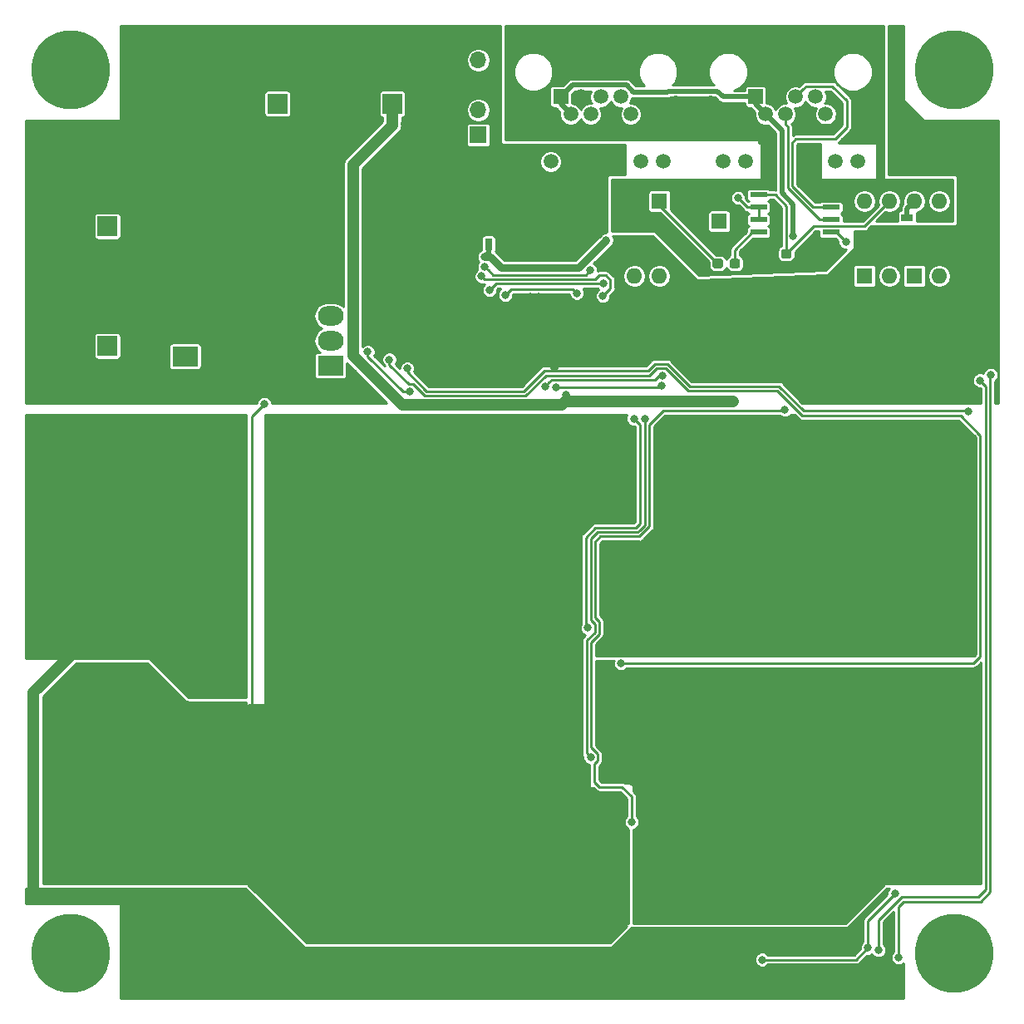
<source format=gbr>
G04 #@! TF.GenerationSoftware,KiCad,Pcbnew,(5.0.1)*
G04 #@! TF.CreationDate,2019-01-31T09:46:25+09:00*
G04 #@! TF.ProjectId,driver,6472697665722E6B696361645F706362,rev?*
G04 #@! TF.SameCoordinates,Original*
G04 #@! TF.FileFunction,Copper,L2,Bot,Signal*
G04 #@! TF.FilePolarity,Positive*
%FSLAX46Y46*%
G04 Gerber Fmt 4.6, Leading zero omitted, Abs format (unit mm)*
G04 Created by KiCad (PCBNEW (5.0.1)) date Thu Jan 31 09:46:25 2019*
%MOMM*%
%LPD*%
G01*
G04 APERTURE LIST*
G04 #@! TA.AperFunction,ComponentPad*
%ADD10O,2.600000X2.000000*%
G04 #@! TD*
G04 #@! TA.AperFunction,ComponentPad*
%ADD11R,2.600000X2.000000*%
G04 #@! TD*
G04 #@! TA.AperFunction,ComponentPad*
%ADD12R,1.600000X1.600000*%
G04 #@! TD*
G04 #@! TA.AperFunction,ComponentPad*
%ADD13O,1.600000X1.600000*%
G04 #@! TD*
G04 #@! TA.AperFunction,SMDPad,CuDef*
%ADD14R,0.750000X1.200000*%
G04 #@! TD*
G04 #@! TA.AperFunction,ComponentPad*
%ADD15R,2.600000X2.600000*%
G04 #@! TD*
G04 #@! TA.AperFunction,ComponentPad*
%ADD16C,2.600000*%
G04 #@! TD*
G04 #@! TA.AperFunction,Conductor*
%ADD17C,0.100000*%
G04 #@! TD*
G04 #@! TA.AperFunction,SMDPad,CuDef*
%ADD18C,0.950000*%
G04 #@! TD*
G04 #@! TA.AperFunction,WasherPad*
%ADD19C,8.000000*%
G04 #@! TD*
G04 #@! TA.AperFunction,ComponentPad*
%ADD20C,2.000000*%
G04 #@! TD*
G04 #@! TA.AperFunction,ComponentPad*
%ADD21R,2.000000X2.000000*%
G04 #@! TD*
G04 #@! TA.AperFunction,ComponentPad*
%ADD22R,1.700000X1.700000*%
G04 #@! TD*
G04 #@! TA.AperFunction,ComponentPad*
%ADD23O,1.700000X1.700000*%
G04 #@! TD*
G04 #@! TA.AperFunction,SMDPad,CuDef*
%ADD24R,1.200000X0.750000*%
G04 #@! TD*
G04 #@! TA.AperFunction,ComponentPad*
%ADD25C,1.600000*%
G04 #@! TD*
G04 #@! TA.AperFunction,ComponentPad*
%ADD26C,1.500000*%
G04 #@! TD*
G04 #@! TA.AperFunction,ComponentPad*
%ADD27R,1.500000X1.500000*%
G04 #@! TD*
G04 #@! TA.AperFunction,SMDPad,CuDef*
%ADD28R,1.750000X0.550000*%
G04 #@! TD*
G04 #@! TA.AperFunction,ViaPad*
%ADD29C,0.800000*%
G04 #@! TD*
G04 #@! TA.AperFunction,ViaPad*
%ADD30C,2.000000*%
G04 #@! TD*
G04 #@! TA.AperFunction,Conductor*
%ADD31C,0.500000*%
G04 #@! TD*
G04 #@! TA.AperFunction,Conductor*
%ADD32C,1.200000*%
G04 #@! TD*
G04 #@! TA.AperFunction,Conductor*
%ADD33C,0.800000*%
G04 #@! TD*
G04 #@! TA.AperFunction,Conductor*
%ADD34C,0.250000*%
G04 #@! TD*
G04 #@! TA.AperFunction,Conductor*
%ADD35C,0.254000*%
G04 #@! TD*
G04 APERTURE END LIST*
D10*
G04 #@! TO.P,J6,4*
G04 #@! TO.N,GND*
X101500000Y-82480000D03*
G04 #@! TO.P,J6,3*
G04 #@! TO.N,+3V3*
X101500000Y-85020000D03*
G04 #@! TO.P,J6,2*
G04 #@! TO.N,/SDA*
X101500000Y-87560000D03*
D11*
G04 #@! TO.P,J6,1*
G04 #@! TO.N,/SCL*
X101500000Y-90100000D03*
G04 #@! TD*
D12*
G04 #@! TO.P,U12,1*
G04 #@! TO.N,+3V3*
X160970000Y-80970000D03*
D13*
G04 #@! TO.P,U12,3*
G04 #@! TO.N,/ISO_DE*
X163510000Y-73350000D03*
G04 #@! TO.P,U12,2*
G04 #@! TO.N,Net-(R18-Pad2)*
X163510000Y-80970000D03*
G04 #@! TO.P,U12,4*
G04 #@! TO.N,/ISO_5V*
X160970000Y-73350000D03*
G04 #@! TD*
D14*
G04 #@! TO.P,C11,2*
G04 #@! TO.N,GND*
X117600000Y-75850000D03*
G04 #@! TO.P,C11,1*
G04 #@! TO.N,+3V3*
X117600000Y-77750000D03*
G04 #@! TD*
D15*
G04 #@! TO.P,J1,1*
G04 #@! TO.N,/OUT_A*
X165000000Y-104840000D03*
D16*
G04 #@! TO.P,J1,2*
X165000000Y-109920000D03*
G04 #@! TO.P,J1,3*
X165000000Y-115000000D03*
G04 #@! TD*
G04 #@! TO.P,J2,3*
G04 #@! TO.N,/OUT_B*
X165000000Y-135080000D03*
G04 #@! TO.P,J2,2*
X165000000Y-130000000D03*
D15*
G04 #@! TO.P,J2,1*
X165000000Y-124920000D03*
G04 #@! TD*
D16*
G04 #@! TO.P,J7,3*
G04 #@! TO.N,/VIN*
X75000000Y-124920000D03*
G04 #@! TO.P,J7,2*
X75000000Y-130000000D03*
D15*
G04 #@! TO.P,J7,1*
X75000000Y-135080000D03*
G04 #@! TD*
G04 #@! TO.P,J8,1*
G04 #@! TO.N,GND*
X75000000Y-115080000D03*
D16*
G04 #@! TO.P,J8,2*
X75000000Y-110000000D03*
G04 #@! TO.P,J8,3*
X75000000Y-104920000D03*
G04 #@! TD*
D17*
G04 #@! TO.N,/ISO_DI*
G04 #@! TO.C,R34*
G36*
X148235779Y-78226144D02*
X148258834Y-78229563D01*
X148281443Y-78235227D01*
X148303387Y-78243079D01*
X148324457Y-78253044D01*
X148344448Y-78265026D01*
X148363168Y-78278910D01*
X148380438Y-78294562D01*
X148396090Y-78311832D01*
X148409974Y-78330552D01*
X148421956Y-78350543D01*
X148431921Y-78371613D01*
X148439773Y-78393557D01*
X148445437Y-78416166D01*
X148448856Y-78439221D01*
X148450000Y-78462500D01*
X148450000Y-78937500D01*
X148448856Y-78960779D01*
X148445437Y-78983834D01*
X148439773Y-79006443D01*
X148431921Y-79028387D01*
X148421956Y-79049457D01*
X148409974Y-79069448D01*
X148396090Y-79088168D01*
X148380438Y-79105438D01*
X148363168Y-79121090D01*
X148344448Y-79134974D01*
X148324457Y-79146956D01*
X148303387Y-79156921D01*
X148281443Y-79164773D01*
X148258834Y-79170437D01*
X148235779Y-79173856D01*
X148212500Y-79175000D01*
X147637500Y-79175000D01*
X147614221Y-79173856D01*
X147591166Y-79170437D01*
X147568557Y-79164773D01*
X147546613Y-79156921D01*
X147525543Y-79146956D01*
X147505552Y-79134974D01*
X147486832Y-79121090D01*
X147469562Y-79105438D01*
X147453910Y-79088168D01*
X147440026Y-79069448D01*
X147428044Y-79049457D01*
X147418079Y-79028387D01*
X147410227Y-79006443D01*
X147404563Y-78983834D01*
X147401144Y-78960779D01*
X147400000Y-78937500D01*
X147400000Y-78462500D01*
X147401144Y-78439221D01*
X147404563Y-78416166D01*
X147410227Y-78393557D01*
X147418079Y-78371613D01*
X147428044Y-78350543D01*
X147440026Y-78330552D01*
X147453910Y-78311832D01*
X147469562Y-78294562D01*
X147486832Y-78278910D01*
X147505552Y-78265026D01*
X147525543Y-78253044D01*
X147546613Y-78243079D01*
X147568557Y-78235227D01*
X147591166Y-78229563D01*
X147614221Y-78226144D01*
X147637500Y-78225000D01*
X148212500Y-78225000D01*
X148235779Y-78226144D01*
X148235779Y-78226144D01*
G37*
D18*
G04 #@! TD*
G04 #@! TO.P,R34,1*
G04 #@! TO.N,/ISO_DI*
X147925000Y-78700000D03*
D17*
G04 #@! TO.N,/ISO_GND*
G04 #@! TO.C,R34*
G36*
X149985779Y-78226144D02*
X150008834Y-78229563D01*
X150031443Y-78235227D01*
X150053387Y-78243079D01*
X150074457Y-78253044D01*
X150094448Y-78265026D01*
X150113168Y-78278910D01*
X150130438Y-78294562D01*
X150146090Y-78311832D01*
X150159974Y-78330552D01*
X150171956Y-78350543D01*
X150181921Y-78371613D01*
X150189773Y-78393557D01*
X150195437Y-78416166D01*
X150198856Y-78439221D01*
X150200000Y-78462500D01*
X150200000Y-78937500D01*
X150198856Y-78960779D01*
X150195437Y-78983834D01*
X150189773Y-79006443D01*
X150181921Y-79028387D01*
X150171956Y-79049457D01*
X150159974Y-79069448D01*
X150146090Y-79088168D01*
X150130438Y-79105438D01*
X150113168Y-79121090D01*
X150094448Y-79134974D01*
X150074457Y-79146956D01*
X150053387Y-79156921D01*
X150031443Y-79164773D01*
X150008834Y-79170437D01*
X149985779Y-79173856D01*
X149962500Y-79175000D01*
X149387500Y-79175000D01*
X149364221Y-79173856D01*
X149341166Y-79170437D01*
X149318557Y-79164773D01*
X149296613Y-79156921D01*
X149275543Y-79146956D01*
X149255552Y-79134974D01*
X149236832Y-79121090D01*
X149219562Y-79105438D01*
X149203910Y-79088168D01*
X149190026Y-79069448D01*
X149178044Y-79049457D01*
X149168079Y-79028387D01*
X149160227Y-79006443D01*
X149154563Y-78983834D01*
X149151144Y-78960779D01*
X149150000Y-78937500D01*
X149150000Y-78462500D01*
X149151144Y-78439221D01*
X149154563Y-78416166D01*
X149160227Y-78393557D01*
X149168079Y-78371613D01*
X149178044Y-78350543D01*
X149190026Y-78330552D01*
X149203910Y-78311832D01*
X149219562Y-78294562D01*
X149236832Y-78278910D01*
X149255552Y-78265026D01*
X149275543Y-78253044D01*
X149296613Y-78243079D01*
X149318557Y-78235227D01*
X149341166Y-78229563D01*
X149364221Y-78226144D01*
X149387500Y-78225000D01*
X149962500Y-78225000D01*
X149985779Y-78226144D01*
X149985779Y-78226144D01*
G37*
D18*
G04 #@! TD*
G04 #@! TO.P,R34,2*
G04 #@! TO.N,/ISO_GND*
X149675000Y-78700000D03*
D17*
G04 #@! TO.N,Net-(R35-Pad2)*
G04 #@! TO.C,R35*
G36*
X141260160Y-79211393D02*
X141283215Y-79214812D01*
X141305824Y-79220476D01*
X141327768Y-79228328D01*
X141348838Y-79238293D01*
X141368829Y-79250275D01*
X141387549Y-79264159D01*
X141404819Y-79279811D01*
X141420471Y-79297081D01*
X141434355Y-79315801D01*
X141446337Y-79335792D01*
X141456302Y-79356862D01*
X141464154Y-79378806D01*
X141469818Y-79401415D01*
X141473237Y-79424470D01*
X141474381Y-79447749D01*
X141474381Y-79922749D01*
X141473237Y-79946028D01*
X141469818Y-79969083D01*
X141464154Y-79991692D01*
X141456302Y-80013636D01*
X141446337Y-80034706D01*
X141434355Y-80054697D01*
X141420471Y-80073417D01*
X141404819Y-80090687D01*
X141387549Y-80106339D01*
X141368829Y-80120223D01*
X141348838Y-80132205D01*
X141327768Y-80142170D01*
X141305824Y-80150022D01*
X141283215Y-80155686D01*
X141260160Y-80159105D01*
X141236881Y-80160249D01*
X140661881Y-80160249D01*
X140638602Y-80159105D01*
X140615547Y-80155686D01*
X140592938Y-80150022D01*
X140570994Y-80142170D01*
X140549924Y-80132205D01*
X140529933Y-80120223D01*
X140511213Y-80106339D01*
X140493943Y-80090687D01*
X140478291Y-80073417D01*
X140464407Y-80054697D01*
X140452425Y-80034706D01*
X140442460Y-80013636D01*
X140434608Y-79991692D01*
X140428944Y-79969083D01*
X140425525Y-79946028D01*
X140424381Y-79922749D01*
X140424381Y-79447749D01*
X140425525Y-79424470D01*
X140428944Y-79401415D01*
X140434608Y-79378806D01*
X140442460Y-79356862D01*
X140452425Y-79335792D01*
X140464407Y-79315801D01*
X140478291Y-79297081D01*
X140493943Y-79279811D01*
X140511213Y-79264159D01*
X140529933Y-79250275D01*
X140549924Y-79238293D01*
X140570994Y-79228328D01*
X140592938Y-79220476D01*
X140615547Y-79214812D01*
X140638602Y-79211393D01*
X140661881Y-79210249D01*
X141236881Y-79210249D01*
X141260160Y-79211393D01*
X141260160Y-79211393D01*
G37*
D18*
G04 #@! TD*
G04 #@! TO.P,R35,2*
G04 #@! TO.N,Net-(R35-Pad2)*
X140949381Y-79685249D03*
D17*
G04 #@! TO.N,/ISO_RO*
G04 #@! TO.C,R35*
G36*
X143010160Y-79211393D02*
X143033215Y-79214812D01*
X143055824Y-79220476D01*
X143077768Y-79228328D01*
X143098838Y-79238293D01*
X143118829Y-79250275D01*
X143137549Y-79264159D01*
X143154819Y-79279811D01*
X143170471Y-79297081D01*
X143184355Y-79315801D01*
X143196337Y-79335792D01*
X143206302Y-79356862D01*
X143214154Y-79378806D01*
X143219818Y-79401415D01*
X143223237Y-79424470D01*
X143224381Y-79447749D01*
X143224381Y-79922749D01*
X143223237Y-79946028D01*
X143219818Y-79969083D01*
X143214154Y-79991692D01*
X143206302Y-80013636D01*
X143196337Y-80034706D01*
X143184355Y-80054697D01*
X143170471Y-80073417D01*
X143154819Y-80090687D01*
X143137549Y-80106339D01*
X143118829Y-80120223D01*
X143098838Y-80132205D01*
X143077768Y-80142170D01*
X143055824Y-80150022D01*
X143033215Y-80155686D01*
X143010160Y-80159105D01*
X142986881Y-80160249D01*
X142411881Y-80160249D01*
X142388602Y-80159105D01*
X142365547Y-80155686D01*
X142342938Y-80150022D01*
X142320994Y-80142170D01*
X142299924Y-80132205D01*
X142279933Y-80120223D01*
X142261213Y-80106339D01*
X142243943Y-80090687D01*
X142228291Y-80073417D01*
X142214407Y-80054697D01*
X142202425Y-80034706D01*
X142192460Y-80013636D01*
X142184608Y-79991692D01*
X142178944Y-79969083D01*
X142175525Y-79946028D01*
X142174381Y-79922749D01*
X142174381Y-79447749D01*
X142175525Y-79424470D01*
X142178944Y-79401415D01*
X142184608Y-79378806D01*
X142192460Y-79356862D01*
X142202425Y-79335792D01*
X142214407Y-79315801D01*
X142228291Y-79297081D01*
X142243943Y-79279811D01*
X142261213Y-79264159D01*
X142279933Y-79250275D01*
X142299924Y-79238293D01*
X142320994Y-79228328D01*
X142342938Y-79220476D01*
X142365547Y-79214812D01*
X142388602Y-79211393D01*
X142411881Y-79210249D01*
X142986881Y-79210249D01*
X143010160Y-79211393D01*
X143010160Y-79211393D01*
G37*
D18*
G04 #@! TD*
G04 #@! TO.P,R35,1*
G04 #@! TO.N,/ISO_RO*
X142699381Y-79685249D03*
D13*
G04 #@! TO.P,U9,4*
G04 #@! TO.N,/ISO_5V*
X155890000Y-73350000D03*
G04 #@! TO.P,U9,2*
G04 #@! TO.N,Net-(R33-Pad2)*
X158430000Y-80970000D03*
G04 #@! TO.P,U9,3*
G04 #@! TO.N,/ISO_DI*
X158430000Y-73350000D03*
D12*
G04 #@! TO.P,U9,1*
G04 #@! TO.N,+3V3*
X155890000Y-80970000D03*
G04 #@! TD*
G04 #@! TO.P,U10,1*
G04 #@! TO.N,Net-(R35-Pad2)*
X135000000Y-73350000D03*
D13*
G04 #@! TO.P,U10,3*
G04 #@! TO.N,Net-(R36-Pad2)*
X132460000Y-80970000D03*
G04 #@! TO.P,U10,2*
G04 #@! TO.N,/ISO_GND*
X132460000Y-73350000D03*
G04 #@! TO.P,U10,4*
G04 #@! TO.N,+3V3*
X135000000Y-80970000D03*
G04 #@! TD*
D19*
G04 #@! TO.P,H1,1*
G04 #@! TO.N,*
X75000000Y-60000000D03*
G04 #@! TD*
G04 #@! TO.P,H2,1*
G04 #@! TO.N,*
X165000000Y-60000000D03*
G04 #@! TD*
G04 #@! TO.P,H3,1*
G04 #@! TO.N,*
X75000000Y-150000000D03*
G04 #@! TD*
G04 #@! TO.P,H4,1*
G04 #@! TO.N,*
X165000000Y-150000000D03*
G04 #@! TD*
D20*
G04 #@! TO.P,C2,2*
G04 #@! TO.N,GND*
X107800000Y-58400000D03*
D21*
G04 #@! TO.P,C2,1*
G04 #@! TO.N,+VSW*
X107800000Y-63400000D03*
G04 #@! TD*
G04 #@! TO.P,C3,1*
G04 #@! TO.N,Net-(C3-Pad1)*
X96100000Y-63400000D03*
D20*
G04 #@! TO.P,C3,2*
G04 #@! TO.N,GND*
X96100000Y-58400000D03*
G04 #@! TD*
G04 #@! TO.P,C15,2*
G04 #@! TO.N,GND*
X73800000Y-88100000D03*
D21*
G04 #@! TO.P,C15,1*
G04 #@! TO.N,Net-(C15-Pad1)*
X78800000Y-88100000D03*
G04 #@! TD*
G04 #@! TO.P,C19,1*
G04 #@! TO.N,+3V3*
X78800000Y-75900000D03*
D20*
G04 #@! TO.P,C19,2*
G04 #@! TO.N,GND*
X73800000Y-75900000D03*
G04 #@! TD*
D22*
G04 #@! TO.P,J9,1*
G04 #@! TO.N,+3V3*
X116550000Y-66590000D03*
D23*
G04 #@! TO.P,J9,2*
G04 #@! TO.N,/SWCLK*
X116550000Y-64050000D03*
G04 #@! TO.P,J9,3*
G04 #@! TO.N,GND*
X116550000Y-61510000D03*
G04 #@! TO.P,J9,4*
G04 #@! TO.N,/SWDIO*
X116550000Y-58970000D03*
G04 #@! TD*
D11*
G04 #@! TO.P,J10,1*
G04 #@! TO.N,+3V3*
X86700000Y-89140000D03*
D10*
G04 #@! TO.P,J10,2*
G04 #@! TO.N,GND*
X86700000Y-86600000D03*
G04 #@! TD*
D24*
G04 #@! TO.P,C6,1*
G04 #@! TO.N,/ISO_5V*
X160250000Y-75000000D03*
G04 #@! TO.P,C6,2*
G04 #@! TO.N,/ISO_GND*
X162150000Y-75000000D03*
G04 #@! TD*
D12*
G04 #@! TO.P,C8,1*
G04 #@! TO.N,/ISO_5V*
X141099381Y-75385249D03*
D25*
G04 #@! TO.P,C8,2*
G04 #@! TO.N,/ISO_GND*
X141099381Y-77385249D03*
G04 #@! TD*
D26*
G04 #@! TO.P,J4,12*
G04 #@! TO.N,/CLED1*
X155220000Y-69300000D03*
G04 #@! TO.P,J4,11*
G04 #@! TO.N,GND*
X152930000Y-69300000D03*
G04 #@! TO.P,J4,10*
G04 #@! TO.N,/CLED2*
X143790000Y-69300000D03*
G04 #@! TO.P,J4,9*
G04 #@! TO.N,GND*
X141500000Y-69300000D03*
D20*
G04 #@! TO.P,J4,SH*
G04 #@! TO.N,/ISO_GND*
X140230000Y-63590000D03*
X156490000Y-63590000D03*
D26*
G04 #@! TO.P,J4,8*
G04 #@! TO.N,Net-(J4-Pad8)*
X151940000Y-64480000D03*
G04 #@! TO.P,J4,6*
G04 #@! TO.N,/ISO_GND*
X149900000Y-64480000D03*
G04 #@! TO.P,J4,4*
G04 #@! TO.N,/RS485_B*
X147860000Y-64480000D03*
G04 #@! TO.P,J4,2*
G04 #@! TO.N,/BUS_VCC*
X145820000Y-64480000D03*
G04 #@! TO.P,J4,7*
G04 #@! TO.N,Net-(J4-Pad7)*
X150920000Y-62700000D03*
G04 #@! TO.P,J4,5*
G04 #@! TO.N,/RX485_A*
X148880000Y-62700000D03*
G04 #@! TO.P,J4,3*
G04 #@! TO.N,/ISO_GND*
X146840000Y-62700000D03*
D27*
G04 #@! TO.P,J4,1*
G04 #@! TO.N,/BUS_VCC*
X144800000Y-62700000D03*
G04 #@! TD*
G04 #@! TO.P,J5,1*
G04 #@! TO.N,/BUS_VCC*
X124950000Y-62700000D03*
D26*
G04 #@! TO.P,J5,3*
G04 #@! TO.N,/ISO_GND*
X126990000Y-62700000D03*
G04 #@! TO.P,J5,5*
G04 #@! TO.N,/RX485_A*
X129030000Y-62700000D03*
G04 #@! TO.P,J5,7*
G04 #@! TO.N,Net-(J5-Pad7)*
X131070000Y-62700000D03*
G04 #@! TO.P,J5,2*
G04 #@! TO.N,/BUS_VCC*
X125970000Y-64480000D03*
G04 #@! TO.P,J5,4*
G04 #@! TO.N,/RS485_B*
X128010000Y-64480000D03*
G04 #@! TO.P,J5,6*
G04 #@! TO.N,/ISO_GND*
X130050000Y-64480000D03*
G04 #@! TO.P,J5,8*
G04 #@! TO.N,Net-(J5-Pad8)*
X132090000Y-64480000D03*
D20*
G04 #@! TO.P,J5,SH*
G04 #@! TO.N,/ISO_GND*
X136640000Y-63590000D03*
X120380000Y-63590000D03*
D26*
G04 #@! TO.P,J5,9*
G04 #@! TO.N,GND*
X121650000Y-69300000D03*
G04 #@! TO.P,J5,10*
G04 #@! TO.N,/CLED4*
X123940000Y-69300000D03*
G04 #@! TO.P,J5,11*
G04 #@! TO.N,GND*
X133080000Y-69300000D03*
G04 #@! TO.P,J5,12*
G04 #@! TO.N,/CLED3*
X135370000Y-69300000D03*
G04 #@! TD*
D28*
G04 #@! TO.P,U13,1*
G04 #@! TO.N,/ISO_RO*
X145100000Y-76505000D03*
G04 #@! TO.P,U13,2*
G04 #@! TO.N,/ISO_DE*
X145100000Y-75235000D03*
G04 #@! TO.P,U13,3*
X145100000Y-73965000D03*
G04 #@! TO.P,U13,4*
G04 #@! TO.N,/ISO_DI*
X145100000Y-72695000D03*
G04 #@! TO.P,U13,5*
G04 #@! TO.N,/ISO_GND*
X152500000Y-72695000D03*
G04 #@! TO.P,U13,6*
G04 #@! TO.N,/RX485_A*
X152500000Y-73965000D03*
G04 #@! TO.P,U13,7*
G04 #@! TO.N,/RS485_B*
X152500000Y-75235000D03*
G04 #@! TO.P,U13,8*
G04 #@! TO.N,/ISO_5V*
X152500000Y-76505000D03*
G04 #@! TD*
D29*
G04 #@! TO.N,+VSW*
X142500000Y-93750000D03*
X125500000Y-93025010D03*
D30*
G04 #@! TO.N,GND*
X80750000Y-66000000D03*
X89500000Y-61000000D03*
X102000000Y-60750000D03*
X94500000Y-69500000D03*
X100000000Y-65750000D03*
X77750000Y-82000000D03*
X89000000Y-98000000D03*
X89000000Y-103000000D03*
X89000000Y-100500000D03*
X89000000Y-105500000D03*
X89000000Y-108000000D03*
X89000000Y-110500000D03*
X89000000Y-113000000D03*
X89000000Y-115500000D03*
X89000000Y-118000000D03*
X89000000Y-120500000D03*
X91500000Y-145500000D03*
X138150000Y-149900000D03*
X86500000Y-74750000D03*
X86750000Y-82750000D03*
X139500000Y-90000000D03*
X134100000Y-87600000D03*
D29*
X99500000Y-69400000D03*
X99500000Y-68200000D03*
X100600000Y-68200000D03*
X100600000Y-69200000D03*
X80400000Y-79500000D03*
X79600000Y-80800000D03*
X86000000Y-77100000D03*
X81400000Y-76000000D03*
X83600000Y-74600000D03*
X95300000Y-81200000D03*
X94300000Y-90000000D03*
X128600000Y-87500000D03*
X143800000Y-88700000D03*
X96400000Y-89200000D03*
X97200000Y-87500000D03*
X97300000Y-92200000D03*
X120100000Y-90800000D03*
X118300000Y-74300000D03*
X117100000Y-74300000D03*
X117100000Y-73100000D03*
X165500000Y-83500000D03*
X161900000Y-84500000D03*
X156900000Y-88500000D03*
X149600000Y-93200000D03*
X158600000Y-78100000D03*
X162700000Y-78100000D03*
X123600000Y-73400000D03*
D30*
X139500000Y-82800000D03*
X112000000Y-85400000D03*
X101300000Y-76900000D03*
X101300000Y-79200000D03*
X105700000Y-77800000D03*
X105700000Y-80100000D03*
X105700000Y-82400000D03*
X105700000Y-84700000D03*
X117000000Y-90600000D03*
D29*
X123700000Y-87000000D03*
D30*
X109700000Y-65500000D03*
X108700000Y-71100000D03*
X97100000Y-76100000D03*
X97100000Y-78200000D03*
X97100000Y-80300000D03*
X107500000Y-74900000D03*
D29*
X110400000Y-77600000D03*
X111600000Y-79300000D03*
X126800000Y-78700000D03*
X121300000Y-76000000D03*
X122100000Y-76000000D03*
X121300000Y-77000000D03*
X122100000Y-77000000D03*
X123600000Y-79100000D03*
X122700000Y-79100000D03*
X121900000Y-83100000D03*
X124300000Y-84600000D03*
X122700000Y-83100000D03*
X122600000Y-86600000D03*
X156900000Y-89500000D03*
X165500000Y-82600000D03*
X120100000Y-89900000D03*
X124300000Y-90374990D03*
X156900000Y-84600000D03*
G04 #@! TO.N,+3V3*
X156250000Y-149400000D03*
X117200000Y-79000000D03*
X129600000Y-77300000D03*
X158989324Y-143889324D03*
X145500000Y-150600000D03*
G04 #@! TO.N,/VIN_MON*
X126600000Y-82700000D03*
X119300000Y-82900000D03*
X105300000Y-88700000D03*
X109558672Y-92725010D03*
G04 #@! TO.N,/ISO_5V*
X154000000Y-77500000D03*
G04 #@! TO.N,/ISO_GND*
X152000000Y-79000000D03*
X138000000Y-73000000D03*
X143500000Y-78500000D03*
X147000000Y-74800000D03*
X154400000Y-73100000D03*
X164600000Y-72300000D03*
X153375000Y-64700000D03*
G04 #@! TO.N,/DRV1F*
X128000000Y-130000000D03*
X133519082Y-95522671D03*
G04 #@! TO.N,/DRV2F*
X132200000Y-136600000D03*
X147800000Y-94600000D03*
G04 #@! TO.N,/DRV3F*
X127700000Y-116800000D03*
X132400002Y-95500000D03*
G04 #@! TO.N,/OUT_A*
X131500000Y-113500000D03*
X130500000Y-114500000D03*
X131500000Y-114500000D03*
X130500000Y-113500000D03*
X130500000Y-112500000D03*
X131500000Y-112500000D03*
X131500000Y-115500000D03*
X130500000Y-115500000D03*
X129500000Y-115500000D03*
X129500000Y-114500000D03*
X129500000Y-113500000D03*
X129500000Y-112500000D03*
X129500000Y-111500000D03*
X130500000Y-111500000D03*
X131500000Y-111500000D03*
D30*
X130000000Y-109000000D03*
X133000000Y-109000000D03*
X136000000Y-109000000D03*
X136000000Y-109000000D03*
X136000000Y-109000000D03*
X139000000Y-109000000D03*
X136000000Y-112000000D03*
X136000000Y-115000000D03*
X136000000Y-118000000D03*
X133000000Y-118000000D03*
X139000000Y-118000000D03*
X139000000Y-115000000D03*
X139000000Y-112000000D03*
X142000000Y-115000000D03*
X142000000Y-118000000D03*
X142000000Y-109000000D03*
X142000000Y-112000000D03*
D29*
G04 #@! TO.N,/OUT_B*
X131000000Y-126500000D03*
X131000000Y-127500000D03*
X130000000Y-127500000D03*
X130000000Y-126500000D03*
X130000000Y-125500000D03*
X131000000Y-125500000D03*
X132000000Y-126500000D03*
X132000000Y-125500000D03*
X132000000Y-124500000D03*
X132000000Y-127500000D03*
X129000000Y-124500000D03*
X129000000Y-125500000D03*
X129000000Y-126500000D03*
X129000000Y-127500000D03*
X129000000Y-128500000D03*
X130000000Y-128500000D03*
X131000000Y-128500000D03*
X132000000Y-128500000D03*
D30*
X130000000Y-131000000D03*
X133000000Y-131000000D03*
X136000000Y-131000000D03*
X139000000Y-131000000D03*
X142000000Y-131000000D03*
X142000000Y-128000000D03*
X142000000Y-125000000D03*
X142000000Y-122000000D03*
X139000000Y-122000000D03*
X136000000Y-122000000D03*
X133000000Y-122000000D03*
X136000000Y-125000000D03*
X136000000Y-128000000D03*
X139000000Y-128000000D03*
X139000000Y-125000000D03*
D29*
X131000000Y-124500000D03*
X130000000Y-124500000D03*
G04 #@! TO.N,/VIN*
X130000000Y-140000000D03*
X130000000Y-141000000D03*
X129000000Y-141000000D03*
X129000000Y-140000000D03*
X129000000Y-139000000D03*
X129000000Y-138000000D03*
X130000000Y-138000000D03*
X131000000Y-138000000D03*
X131000000Y-140000000D03*
X131000000Y-141000000D03*
X131000000Y-142000000D03*
X130000000Y-142000000D03*
X129000000Y-142000000D03*
X128000000Y-142000000D03*
X128000000Y-141000000D03*
X128000000Y-140000000D03*
X128000000Y-139000000D03*
X128000000Y-138000000D03*
X130000000Y-100000000D03*
X130000000Y-101000000D03*
X129000000Y-101000000D03*
X129000000Y-100000000D03*
X129000000Y-99000000D03*
X130000000Y-99000000D03*
X131000000Y-99000000D03*
X131000000Y-100000000D03*
X131000000Y-101000000D03*
X131000000Y-102000000D03*
X130000000Y-102000000D03*
X129000000Y-102000000D03*
X128000000Y-102000000D03*
X128000000Y-101000000D03*
X128000000Y-100000000D03*
X128000000Y-99000000D03*
X128000000Y-98000000D03*
X129000000Y-98000000D03*
X130000000Y-98000000D03*
X131000000Y-98000000D03*
D30*
X130000000Y-96500000D03*
X127000000Y-96500000D03*
X124000000Y-96500000D03*
X121000000Y-96500000D03*
X118000000Y-96500000D03*
X118000000Y-99000000D03*
X118000000Y-102000000D03*
X118000000Y-105000000D03*
X121000000Y-105000000D03*
X124000000Y-105000000D03*
X127000000Y-105000000D03*
X130000000Y-105000000D03*
X121000000Y-102000000D03*
X121000000Y-99000000D03*
X124000000Y-99000000D03*
X124000000Y-102000000D03*
X130000000Y-136000000D03*
X127000000Y-136000000D03*
X124000000Y-136000000D03*
X121000000Y-136000000D03*
X118000000Y-136000000D03*
X121000000Y-139000000D03*
X118000000Y-139000000D03*
X118000000Y-142000000D03*
X121000000Y-142000000D03*
X121000000Y-145000000D03*
X118000000Y-145000000D03*
X124000000Y-145000000D03*
X127000000Y-145000000D03*
X130000000Y-145000000D03*
X115000000Y-136000000D03*
X115000000Y-139000000D03*
X115000000Y-142000000D03*
X115000000Y-145000000D03*
X99000000Y-129000000D03*
X102000000Y-128000000D03*
X97000000Y-127000000D03*
X104000000Y-130000000D03*
X96000000Y-130000000D03*
X98000000Y-132000000D03*
X94000000Y-128000000D03*
X111000000Y-133000000D03*
X107000000Y-129000000D03*
X108000000Y-134000000D03*
X100000000Y-126000000D03*
X103000000Y-133000000D03*
X101000000Y-131000000D03*
X112000000Y-130000000D03*
X114000000Y-132000000D03*
X109000000Y-131000000D03*
X106000000Y-132000000D03*
X105000000Y-135000000D03*
X102000000Y-136000000D03*
X100000000Y-134000000D03*
D29*
X130000000Y-139000000D03*
X131000000Y-139000000D03*
X94750000Y-94000000D03*
G04 #@! TO.N,/CTRL_B*
X135300000Y-91100000D03*
X123362335Y-92237665D03*
G04 #@! TO.N,/CTRL_A*
X135253882Y-92098948D03*
X124449990Y-92300000D03*
G04 #@! TO.N,/TX*
X116900000Y-81000000D03*
X129251150Y-83000000D03*
G04 #@! TO.N,/RX*
X117700000Y-82400000D03*
X129300001Y-81700001D03*
G04 #@! TO.N,/BUS_VCC*
X148650000Y-76910249D03*
G04 #@! TO.N,/SDA*
X131100000Y-120400000D03*
X107500000Y-89474990D03*
G04 #@! TO.N,/SCL*
X109312653Y-90387347D03*
X166500000Y-94800000D03*
G04 #@! TO.N,/DE*
X127956666Y-80386667D03*
X117187342Y-80012661D03*
G04 #@! TO.N,/ISO_DE*
X143000000Y-73000000D03*
G04 #@! TO.N,/SLED1*
X168750000Y-91050000D03*
X159344239Y-150375010D03*
G04 #@! TO.N,/SLED4*
X167650000Y-91600000D03*
X157350000Y-149650000D03*
G04 #@! TD*
D31*
G04 #@! TO.N,+VSW*
X125500000Y-93650000D02*
X125400000Y-93750000D01*
X125500000Y-93025010D02*
X125500000Y-93650000D01*
D32*
X142500000Y-93750000D02*
X125400000Y-93750000D01*
X107800000Y-65600000D02*
X107800000Y-63400000D01*
X103800000Y-69600000D02*
X107800000Y-65600000D01*
X104830108Y-90100000D02*
X104800000Y-90100000D01*
X108830137Y-94100029D02*
X104830108Y-90100000D01*
X125400000Y-93750000D02*
X125049971Y-94100029D01*
X103800000Y-89100000D02*
X103800000Y-69600000D01*
X104800000Y-90100000D02*
X103800000Y-89100000D01*
X125049971Y-94100029D02*
X108830137Y-94100029D01*
G04 #@! TO.N,GND*
X75000000Y-119650000D02*
X71250000Y-123400000D01*
X75000000Y-115080000D02*
X75000000Y-119650000D01*
X71250000Y-123400000D02*
X71250000Y-143750000D01*
D33*
X123600000Y-71250000D02*
X121650000Y-69300000D01*
X123600000Y-73400000D02*
X123600000Y-71250000D01*
D34*
G04 #@! TO.N,+3V3*
X156250000Y-146628648D02*
X156250000Y-149400000D01*
X158989324Y-143889324D02*
X156250000Y-146628648D01*
D31*
X117600000Y-78600000D02*
X117200000Y-79000000D01*
X117600000Y-77750000D02*
X117600000Y-78600000D01*
D33*
X117765685Y-79000000D02*
X117200000Y-79000000D01*
X118890686Y-80125001D02*
X117765685Y-79000000D01*
X126774999Y-80125001D02*
X118890686Y-80125001D01*
X129600000Y-77300000D02*
X126774999Y-80125001D01*
D34*
X155050000Y-150600000D02*
X146065685Y-150600000D01*
X156250000Y-149400000D02*
X155050000Y-150600000D01*
X146065685Y-150600000D02*
X145500000Y-150600000D01*
G04 #@! TO.N,/VIN_MON*
X126600000Y-82700000D02*
X126200000Y-82300000D01*
X119900000Y-82300000D02*
X119300000Y-82900000D01*
X126200000Y-82300000D02*
X119900000Y-82300000D01*
X108992987Y-92725010D02*
X109558672Y-92725010D01*
X108888599Y-92725010D02*
X108992987Y-92725010D01*
X105300000Y-88700000D02*
X105300000Y-89136411D01*
X105300000Y-89136411D02*
X108888599Y-92725010D01*
G04 #@! TO.N,/ISO_5V*
X152500000Y-76505000D02*
X153005000Y-76505000D01*
X153005000Y-76505000D02*
X154000000Y-77500000D01*
D31*
X160250000Y-74070000D02*
X160970000Y-73350000D01*
X160250000Y-75000000D02*
X160250000Y-74070000D01*
D34*
G04 #@! TO.N,/ISO_GND*
X152519999Y-65555001D02*
X153375000Y-64700000D01*
X149900000Y-64480000D02*
X150975001Y-65555001D01*
X150975001Y-65555001D02*
X152519999Y-65555001D01*
G04 #@! TO.N,/DRV1F*
X133000000Y-106836410D02*
X132936410Y-106900000D01*
X133500000Y-95541753D02*
X133519082Y-95522671D01*
X133000000Y-106836410D02*
X133500000Y-106336410D01*
X133500000Y-106336410D02*
X133500000Y-95541753D01*
X128686400Y-107050010D02*
X132786400Y-107050010D01*
X128000000Y-107736410D02*
X128686400Y-107050010D01*
X128000000Y-130000000D02*
X127600001Y-129600001D01*
X127600001Y-118073001D02*
X128425001Y-117248001D01*
X132786400Y-107050010D02*
X133000000Y-106836410D01*
X128425001Y-117248001D02*
X128425001Y-116451999D01*
X128425001Y-116451999D02*
X128000000Y-116026998D01*
X127600001Y-129600001D02*
X127600001Y-118073001D01*
X128000000Y-116026998D02*
X128000000Y-107736410D01*
G04 #@! TO.N,/DRV2F*
X128450010Y-111600000D02*
X128450010Y-111349990D01*
X128450010Y-115750010D02*
X128450010Y-111600000D01*
X128875011Y-117434401D02*
X128875011Y-116175011D01*
X128050011Y-118259401D02*
X128875011Y-117434401D01*
X128050011Y-128977009D02*
X128050011Y-118259401D01*
X128725001Y-129651999D02*
X128050011Y-128977009D01*
X128725001Y-130348001D02*
X128725001Y-129651999D01*
X128400000Y-130673002D02*
X128725001Y-130348001D01*
X131200000Y-133000000D02*
X128900000Y-133000000D01*
X128400000Y-132500000D02*
X128400000Y-130673002D01*
X128875011Y-116175011D02*
X128450010Y-115750010D01*
X132200000Y-134000000D02*
X131200000Y-133000000D01*
X132200000Y-136600000D02*
X132200000Y-134000000D01*
X128900000Y-133000000D02*
X128400000Y-132500000D01*
X128450010Y-108049990D02*
X128450010Y-111600000D01*
X128999980Y-107500020D02*
X128450010Y-108049990D01*
X147700000Y-94700000D02*
X135400000Y-94700000D01*
X147800000Y-94600000D02*
X147700000Y-94700000D01*
X135400000Y-94700000D02*
X134000000Y-96100000D01*
X134000000Y-96100000D02*
X134000000Y-106472820D01*
X134000000Y-106472820D02*
X132972801Y-107500019D01*
X132972801Y-107500019D02*
X128999980Y-107500020D01*
G04 #@! TO.N,/DRV3F*
X133000000Y-96099998D02*
X132400002Y-95500000D01*
X127500000Y-116600000D02*
X127500000Y-107600000D01*
X127700000Y-116800000D02*
X127500000Y-116600000D01*
X128500000Y-106600000D02*
X132600000Y-106600000D01*
X127500000Y-107600000D02*
X128500000Y-106600000D01*
X132600000Y-106600000D02*
X133000000Y-106200000D01*
X133000000Y-106200000D02*
X133000000Y-96099998D01*
G04 #@! TO.N,/VIN*
X94750000Y-94000000D02*
X93500000Y-95250000D01*
X93500000Y-95250000D02*
X93500000Y-124750000D01*
G04 #@! TO.N,/CTRL_B*
X123762334Y-91837666D02*
X123362335Y-92237665D01*
X124025001Y-91574999D02*
X123762334Y-91837666D01*
X134525001Y-91574999D02*
X124025001Y-91574999D01*
X135300000Y-91100000D02*
X135000000Y-91100000D01*
X135000000Y-91100000D02*
X134525001Y-91574999D01*
G04 #@! TO.N,/CTRL_A*
X135052830Y-92300000D02*
X124449990Y-92300000D01*
X135253882Y-92098948D02*
X135052830Y-92300000D01*
G04 #@! TO.N,/TX*
X129651149Y-82600001D02*
X129251150Y-83000000D01*
X130025002Y-82226148D02*
X129651149Y-82600001D01*
X116900000Y-81000000D02*
X117200022Y-81300022D01*
X117200022Y-81300022D02*
X128499978Y-81300022D01*
X128499978Y-81300022D02*
X128900000Y-80900000D01*
X128900000Y-80900000D02*
X129573002Y-80900000D01*
X129573002Y-80900000D02*
X130025002Y-81352000D01*
X130025002Y-81352000D02*
X130025002Y-82226148D01*
G04 #@! TO.N,/RX*
X129249969Y-81750033D02*
X129300001Y-81700001D01*
X117700000Y-82400000D02*
X118349967Y-81750033D01*
X118349967Y-81750033D02*
X129249969Y-81750033D01*
G04 #@! TO.N,/RX485_A*
X149629999Y-61950001D02*
X148880000Y-62700000D01*
X152624999Y-61624999D02*
X149955001Y-61624999D01*
X154100000Y-65800000D02*
X154100000Y-63100000D01*
X149955001Y-61624999D02*
X149629999Y-61950001D01*
X150665000Y-73965000D02*
X148525022Y-71825022D01*
X154100000Y-63100000D02*
X152624999Y-61624999D01*
X152500000Y-73965000D02*
X150665000Y-73965000D01*
X148900000Y-67000000D02*
X152900000Y-67000000D01*
X148525022Y-71825022D02*
X148525022Y-67374978D01*
X148525022Y-67374978D02*
X148900000Y-67000000D01*
X152900000Y-67000000D02*
X154100000Y-65800000D01*
G04 #@! TO.N,/RS485_B*
X147860000Y-64480000D02*
X147860000Y-65540660D01*
X151298589Y-75235000D02*
X151375000Y-75235000D01*
X148075011Y-72011422D02*
X151298589Y-75235000D01*
X147860000Y-65540660D02*
X148075011Y-65755671D01*
X148075011Y-65755671D02*
X148075011Y-72011422D01*
X151375000Y-75235000D02*
X152500000Y-75235000D01*
D31*
G04 #@! TO.N,/BUS_VCC*
X124950000Y-63460000D02*
X125970000Y-64480000D01*
X124950000Y-62700000D02*
X124950000Y-63460000D01*
X144800000Y-63460000D02*
X145820000Y-64480000D01*
X144800000Y-62700000D02*
X144800000Y-63460000D01*
X126150001Y-61499999D02*
X124950000Y-62700000D01*
X131646001Y-61499999D02*
X126150001Y-61499999D01*
X132381003Y-62235001D02*
X131646001Y-61499999D01*
X135856001Y-62235001D02*
X132381003Y-62235001D01*
X135951003Y-62139999D02*
X135856001Y-62235001D01*
X140926001Y-62139999D02*
X135951003Y-62139999D01*
X141486002Y-62700000D02*
X140926001Y-62139999D01*
X144800000Y-62700000D02*
X141486002Y-62700000D01*
X147500000Y-72500000D02*
X148650000Y-73650000D01*
X147500000Y-66160000D02*
X147500000Y-72500000D01*
X148650000Y-73650000D02*
X148650000Y-76910249D01*
X145820000Y-64480000D02*
X147500000Y-66160000D01*
D34*
G04 #@! TO.N,/SDA*
X107500000Y-90040675D02*
X107500000Y-89474990D01*
X165700000Y-95200000D02*
X149563589Y-95200000D01*
X135648001Y-90374999D02*
X134700000Y-90374999D01*
X167700000Y-97200000D02*
X165700000Y-95200000D01*
X167700000Y-119700000D02*
X167700000Y-97200000D01*
X149563589Y-95200000D02*
X147013600Y-92650011D01*
X131100000Y-120400000D02*
X167000000Y-120400000D01*
X167000000Y-120400000D02*
X167700000Y-119700000D01*
X147013600Y-92650011D02*
X137923012Y-92650011D01*
X109947682Y-92000000D02*
X109459325Y-92000000D01*
X137923012Y-92650011D02*
X135648001Y-90374999D01*
X111097693Y-93150011D02*
X109947682Y-92000000D01*
X121376988Y-93150011D02*
X111097693Y-93150011D01*
X109459325Y-92000000D02*
X107500000Y-90040675D01*
X134700000Y-90374999D02*
X133974999Y-91100000D01*
X133974999Y-91100000D02*
X123426998Y-91100000D01*
X123426998Y-91100000D02*
X121376988Y-93150011D01*
G04 #@! TO.N,/SCL*
X111300000Y-92700000D02*
X109312653Y-90712653D01*
X121190588Y-92700000D02*
X111300000Y-92700000D01*
X123290588Y-90600000D02*
X121190588Y-92700000D01*
X133838589Y-90600000D02*
X123290588Y-90600000D01*
X134538589Y-89900000D02*
X133838589Y-90600000D01*
X166400000Y-94700000D02*
X149700000Y-94700000D01*
X149700000Y-94700000D02*
X147200000Y-92200000D01*
X166500000Y-94800000D02*
X166400000Y-94700000D01*
X109312653Y-90712653D02*
X109312653Y-90387347D01*
X138109412Y-92200000D02*
X135809412Y-89900000D01*
X147200000Y-92200000D02*
X138109412Y-92200000D01*
X135809412Y-89900000D02*
X134538589Y-89900000D01*
G04 #@! TO.N,/DE*
X117200000Y-80000003D02*
X117187342Y-80012661D01*
X127956666Y-80386667D02*
X127493322Y-80850011D01*
X127493322Y-80850011D02*
X118050008Y-80850011D01*
X118050008Y-80850011D02*
X117599999Y-80400002D01*
X117599999Y-80400002D02*
X117200000Y-80000003D01*
G04 #@! TO.N,/ISO_DE*
X145100000Y-75235000D02*
X145100000Y-73965000D01*
X145100000Y-73965000D02*
X143965000Y-73965000D01*
X143965000Y-73965000D02*
X143000000Y-73000000D01*
G04 #@! TO.N,/ISO_DI*
X146795000Y-72695000D02*
X145100000Y-72695000D01*
X147925000Y-78700000D02*
X147925000Y-73825000D01*
X147925000Y-73825000D02*
X146795000Y-72695000D01*
X150725000Y-75900000D02*
X147925000Y-78700000D01*
X158430000Y-73350000D02*
X155880000Y-75900000D01*
X155880000Y-75900000D02*
X150725000Y-75900000D01*
G04 #@! TO.N,Net-(R35-Pad2)*
X135000000Y-73735868D02*
X135000000Y-73350000D01*
X140949381Y-79685249D02*
X135000000Y-73735868D01*
G04 #@! TO.N,/ISO_RO*
X144500000Y-76505000D02*
X145100000Y-76505000D01*
X142699381Y-78305619D02*
X144500000Y-76505000D01*
X142699381Y-79685249D02*
X142699381Y-78305619D01*
G04 #@! TO.N,/SLED1*
X168700000Y-91100000D02*
X168700000Y-143700000D01*
X159344239Y-149809325D02*
X159344239Y-150375010D01*
X159865374Y-144674990D02*
X159344239Y-145196125D01*
X168750000Y-91050000D02*
X168700000Y-91100000D01*
X168700000Y-143700000D02*
X167725010Y-144674990D01*
X167725010Y-144674990D02*
X159865374Y-144674990D01*
X159344239Y-145196125D02*
X159344239Y-149809325D01*
G04 #@! TO.N,/SLED4*
X157350000Y-149084315D02*
X157350000Y-149650000D01*
X168249989Y-92199989D02*
X168249989Y-143450011D01*
X167650000Y-91600000D02*
X168249989Y-92199989D01*
X168249989Y-143450011D02*
X167475021Y-144224979D01*
X167475021Y-144224979D02*
X159678974Y-144224979D01*
X159678974Y-144224979D02*
X157350000Y-146553953D01*
X157350000Y-146553953D02*
X157350000Y-149084315D01*
G04 #@! TD*
D35*
G04 #@! TO.N,/OUT_A*
G36*
X149173664Y-95520010D02*
X149201668Y-95561921D01*
X149367719Y-95672873D01*
X149514150Y-95702000D01*
X149514154Y-95702000D01*
X149563588Y-95711833D01*
X149613022Y-95702000D01*
X165492066Y-95702000D01*
X167198001Y-97407937D01*
X167198000Y-119492065D01*
X167067065Y-119623000D01*
X128552011Y-119623000D01*
X128552011Y-118467335D01*
X129195024Y-117824324D01*
X129236932Y-117796322D01*
X129264934Y-117754414D01*
X129264937Y-117754411D01*
X129347883Y-117630272D01*
X129347884Y-117630271D01*
X129377011Y-117483840D01*
X129377011Y-117483836D01*
X129386844Y-117434402D01*
X129377011Y-117384968D01*
X129377011Y-116224444D01*
X129386844Y-116175010D01*
X129377011Y-116125576D01*
X129377011Y-116125572D01*
X129347884Y-115979141D01*
X129321841Y-115940165D01*
X129264937Y-115855001D01*
X129264934Y-115854998D01*
X129236932Y-115813090D01*
X129195023Y-115785087D01*
X128952010Y-115542075D01*
X128952010Y-108257924D01*
X129207915Y-108002020D01*
X132923362Y-108002018D01*
X132972801Y-108011852D01*
X133168671Y-107972891D01*
X133292809Y-107889945D01*
X133292811Y-107889943D01*
X133334722Y-107861939D01*
X133362726Y-107820028D01*
X134320009Y-106862745D01*
X134361921Y-106834741D01*
X134472873Y-106668690D01*
X134502000Y-106522259D01*
X134502000Y-106522254D01*
X134511833Y-106472820D01*
X134502000Y-106423386D01*
X134502000Y-96307934D01*
X135607935Y-95202000D01*
X147303156Y-95202000D01*
X147359865Y-95258709D01*
X147645445Y-95377000D01*
X147954555Y-95377000D01*
X148240135Y-95258709D01*
X148371844Y-95127000D01*
X148780654Y-95127000D01*
X149173664Y-95520010D01*
X149173664Y-95520010D01*
G37*
X149173664Y-95520010D02*
X149201668Y-95561921D01*
X149367719Y-95672873D01*
X149514150Y-95702000D01*
X149514154Y-95702000D01*
X149563588Y-95711833D01*
X149613022Y-95702000D01*
X165492066Y-95702000D01*
X167198001Y-97407937D01*
X167198000Y-119492065D01*
X167067065Y-119623000D01*
X128552011Y-119623000D01*
X128552011Y-118467335D01*
X129195024Y-117824324D01*
X129236932Y-117796322D01*
X129264934Y-117754414D01*
X129264937Y-117754411D01*
X129347883Y-117630272D01*
X129347884Y-117630271D01*
X129377011Y-117483840D01*
X129377011Y-117483836D01*
X129386844Y-117434402D01*
X129377011Y-117384968D01*
X129377011Y-116224444D01*
X129386844Y-116175010D01*
X129377011Y-116125576D01*
X129377011Y-116125572D01*
X129347884Y-115979141D01*
X129321841Y-115940165D01*
X129264937Y-115855001D01*
X129264934Y-115854998D01*
X129236932Y-115813090D01*
X129195023Y-115785087D01*
X128952010Y-115542075D01*
X128952010Y-108257924D01*
X129207915Y-108002020D01*
X132923362Y-108002018D01*
X132972801Y-108011852D01*
X133168671Y-107972891D01*
X133292809Y-107889945D01*
X133292811Y-107889943D01*
X133334722Y-107861939D01*
X133362726Y-107820028D01*
X134320009Y-106862745D01*
X134361921Y-106834741D01*
X134472873Y-106668690D01*
X134502000Y-106522259D01*
X134502000Y-106522254D01*
X134511833Y-106472820D01*
X134502000Y-106423386D01*
X134502000Y-96307934D01*
X135607935Y-95202000D01*
X147303156Y-95202000D01*
X147359865Y-95258709D01*
X147645445Y-95377000D01*
X147954555Y-95377000D01*
X148240135Y-95258709D01*
X148371844Y-95127000D01*
X148780654Y-95127000D01*
X149173664Y-95520010D01*
G04 #@! TO.N,/OUT_B*
G36*
X130323000Y-120245445D02*
X130323000Y-120554555D01*
X130441291Y-120840135D01*
X130659865Y-121058709D01*
X130945445Y-121177000D01*
X131254555Y-121177000D01*
X131540135Y-121058709D01*
X131696844Y-120902000D01*
X166950566Y-120902000D01*
X167000000Y-120911833D01*
X167049434Y-120902000D01*
X167049439Y-120902000D01*
X167195870Y-120872873D01*
X167361921Y-120761921D01*
X167389927Y-120720007D01*
X167747990Y-120361945D01*
X167747990Y-142873000D01*
X158000000Y-142873000D01*
X157951399Y-142882667D01*
X157910197Y-142910197D01*
X153947394Y-146873000D01*
X132377000Y-146873000D01*
X132377000Y-137367703D01*
X132640135Y-137258709D01*
X132858709Y-137040135D01*
X132977000Y-136754555D01*
X132977000Y-136445445D01*
X132858709Y-136159865D01*
X132702000Y-136003156D01*
X132702000Y-134049435D01*
X132711833Y-134000000D01*
X132702000Y-133950565D01*
X132702000Y-133950561D01*
X132672873Y-133804130D01*
X132672873Y-133804129D01*
X132589926Y-133679991D01*
X132589925Y-133679990D01*
X132561921Y-133638079D01*
X132520009Y-133610075D01*
X132377000Y-133467065D01*
X132377000Y-133000000D01*
X132348303Y-132855728D01*
X132266579Y-132733421D01*
X132144272Y-132651697D01*
X132000000Y-132623000D01*
X131539354Y-132623000D01*
X131395870Y-132527127D01*
X131249439Y-132498000D01*
X131249434Y-132498000D01*
X131200000Y-132488167D01*
X131150566Y-132498000D01*
X129107935Y-132498000D01*
X128902000Y-132292066D01*
X128902000Y-130880936D01*
X129045011Y-130737926D01*
X129086922Y-130709922D01*
X129197874Y-130543871D01*
X129227001Y-130397440D01*
X129227001Y-130397435D01*
X129236834Y-130348001D01*
X129227001Y-130298567D01*
X129227001Y-129701432D01*
X129236834Y-129651998D01*
X129227001Y-129602564D01*
X129227001Y-129602560D01*
X129197874Y-129456129D01*
X129086922Y-129290078D01*
X129045010Y-129262074D01*
X128552011Y-128769075D01*
X128552011Y-120127000D01*
X130372061Y-120127000D01*
X130323000Y-120245445D01*
X130323000Y-120245445D01*
G37*
X130323000Y-120245445D02*
X130323000Y-120554555D01*
X130441291Y-120840135D01*
X130659865Y-121058709D01*
X130945445Y-121177000D01*
X131254555Y-121177000D01*
X131540135Y-121058709D01*
X131696844Y-120902000D01*
X166950566Y-120902000D01*
X167000000Y-120911833D01*
X167049434Y-120902000D01*
X167049439Y-120902000D01*
X167195870Y-120872873D01*
X167361921Y-120761921D01*
X167389927Y-120720007D01*
X167747990Y-120361945D01*
X167747990Y-142873000D01*
X158000000Y-142873000D01*
X157951399Y-142882667D01*
X157910197Y-142910197D01*
X153947394Y-146873000D01*
X132377000Y-146873000D01*
X132377000Y-137367703D01*
X132640135Y-137258709D01*
X132858709Y-137040135D01*
X132977000Y-136754555D01*
X132977000Y-136445445D01*
X132858709Y-136159865D01*
X132702000Y-136003156D01*
X132702000Y-134049435D01*
X132711833Y-134000000D01*
X132702000Y-133950565D01*
X132702000Y-133950561D01*
X132672873Y-133804130D01*
X132672873Y-133804129D01*
X132589926Y-133679991D01*
X132589925Y-133679990D01*
X132561921Y-133638079D01*
X132520009Y-133610075D01*
X132377000Y-133467065D01*
X132377000Y-133000000D01*
X132348303Y-132855728D01*
X132266579Y-132733421D01*
X132144272Y-132651697D01*
X132000000Y-132623000D01*
X131539354Y-132623000D01*
X131395870Y-132527127D01*
X131249439Y-132498000D01*
X131249434Y-132498000D01*
X131200000Y-132488167D01*
X131150566Y-132498000D01*
X129107935Y-132498000D01*
X128902000Y-132292066D01*
X128902000Y-130880936D01*
X129045011Y-130737926D01*
X129086922Y-130709922D01*
X129197874Y-130543871D01*
X129227001Y-130397440D01*
X129227001Y-130397435D01*
X129236834Y-130348001D01*
X129227001Y-130298567D01*
X129227001Y-129701432D01*
X129236834Y-129651998D01*
X129227001Y-129602564D01*
X129227001Y-129602560D01*
X129197874Y-129456129D01*
X129086922Y-129290078D01*
X129045010Y-129262074D01*
X128552011Y-128769075D01*
X128552011Y-120127000D01*
X130372061Y-120127000D01*
X130323000Y-120245445D01*
G04 #@! TO.N,/VIN*
G36*
X131623002Y-95345445D02*
X131623002Y-95654555D01*
X131741293Y-95940135D01*
X131959867Y-96158709D01*
X132245447Y-96277000D01*
X132467067Y-96277000D01*
X132498001Y-96307934D01*
X132498000Y-105992065D01*
X132392066Y-106098000D01*
X128549435Y-106098000D01*
X128500000Y-106088167D01*
X128450565Y-106098000D01*
X128450561Y-106098000D01*
X128335329Y-106120921D01*
X128304129Y-106127127D01*
X128179991Y-106210074D01*
X128138079Y-106238079D01*
X128110075Y-106279991D01*
X127179991Y-107210075D01*
X127138080Y-107238079D01*
X127110076Y-107279990D01*
X127110074Y-107279992D01*
X127027128Y-107404130D01*
X126988167Y-107600000D01*
X126998001Y-107649439D01*
X126998000Y-116464379D01*
X126923000Y-116645445D01*
X126923000Y-116954555D01*
X127041291Y-117240135D01*
X127259865Y-117458709D01*
X127432748Y-117530319D01*
X127279992Y-117683076D01*
X127238081Y-117711080D01*
X127210077Y-117752991D01*
X127210075Y-117752993D01*
X127127129Y-117877131D01*
X127088168Y-118073001D01*
X127098002Y-118122440D01*
X127098001Y-129550567D01*
X127088168Y-129600001D01*
X127098001Y-129649435D01*
X127098001Y-129649439D01*
X127127128Y-129795870D01*
X127223000Y-129939353D01*
X127223000Y-130154555D01*
X127341291Y-130440135D01*
X127559865Y-130658709D01*
X127845445Y-130777000D01*
X127873000Y-130777000D01*
X127873000Y-133000000D01*
X127882667Y-133048601D01*
X127910197Y-133089803D01*
X127951399Y-133117333D01*
X128000000Y-133127000D01*
X128317065Y-133127000D01*
X128510074Y-133320009D01*
X128538079Y-133361921D01*
X128704130Y-133472873D01*
X128850561Y-133502000D01*
X128850566Y-133502000D01*
X128900000Y-133511833D01*
X128949434Y-133502000D01*
X130992066Y-133502000D01*
X131698001Y-134207936D01*
X131698000Y-136003156D01*
X131541291Y-136159865D01*
X131423000Y-136445445D01*
X131423000Y-136754555D01*
X131541291Y-137040135D01*
X131759865Y-137258709D01*
X131873000Y-137305571D01*
X131873000Y-146873000D01*
X110052606Y-146873000D01*
X93127000Y-129947394D01*
X93127000Y-124627000D01*
X94750000Y-124627000D01*
X94798601Y-124617333D01*
X94839803Y-124589803D01*
X94867333Y-124548601D01*
X94877000Y-124500000D01*
X94877000Y-95127000D01*
X131713485Y-95127000D01*
X131623002Y-95345445D01*
X131623002Y-95345445D01*
G37*
X131623002Y-95345445D02*
X131623002Y-95654555D01*
X131741293Y-95940135D01*
X131959867Y-96158709D01*
X132245447Y-96277000D01*
X132467067Y-96277000D01*
X132498001Y-96307934D01*
X132498000Y-105992065D01*
X132392066Y-106098000D01*
X128549435Y-106098000D01*
X128500000Y-106088167D01*
X128450565Y-106098000D01*
X128450561Y-106098000D01*
X128335329Y-106120921D01*
X128304129Y-106127127D01*
X128179991Y-106210074D01*
X128138079Y-106238079D01*
X128110075Y-106279991D01*
X127179991Y-107210075D01*
X127138080Y-107238079D01*
X127110076Y-107279990D01*
X127110074Y-107279992D01*
X127027128Y-107404130D01*
X126988167Y-107600000D01*
X126998001Y-107649439D01*
X126998000Y-116464379D01*
X126923000Y-116645445D01*
X126923000Y-116954555D01*
X127041291Y-117240135D01*
X127259865Y-117458709D01*
X127432748Y-117530319D01*
X127279992Y-117683076D01*
X127238081Y-117711080D01*
X127210077Y-117752991D01*
X127210075Y-117752993D01*
X127127129Y-117877131D01*
X127088168Y-118073001D01*
X127098002Y-118122440D01*
X127098001Y-129550567D01*
X127088168Y-129600001D01*
X127098001Y-129649435D01*
X127098001Y-129649439D01*
X127127128Y-129795870D01*
X127223000Y-129939353D01*
X127223000Y-130154555D01*
X127341291Y-130440135D01*
X127559865Y-130658709D01*
X127845445Y-130777000D01*
X127873000Y-130777000D01*
X127873000Y-133000000D01*
X127882667Y-133048601D01*
X127910197Y-133089803D01*
X127951399Y-133117333D01*
X128000000Y-133127000D01*
X128317065Y-133127000D01*
X128510074Y-133320009D01*
X128538079Y-133361921D01*
X128704130Y-133472873D01*
X128850561Y-133502000D01*
X128850566Y-133502000D01*
X128900000Y-133511833D01*
X128949434Y-133502000D01*
X130992066Y-133502000D01*
X131698001Y-134207936D01*
X131698000Y-136003156D01*
X131541291Y-136159865D01*
X131423000Y-136445445D01*
X131423000Y-136754555D01*
X131541291Y-137040135D01*
X131759865Y-137258709D01*
X131873000Y-137305571D01*
X131873000Y-146873000D01*
X110052606Y-146873000D01*
X93127000Y-129947394D01*
X93127000Y-124627000D01*
X94750000Y-124627000D01*
X94798601Y-124617333D01*
X94839803Y-124589803D01*
X94867333Y-124548601D01*
X94877000Y-124500000D01*
X94877000Y-95127000D01*
X131713485Y-95127000D01*
X131623002Y-95345445D01*
G04 #@! TO.N,GND*
G36*
X92873000Y-123873000D02*
X87052606Y-123873000D01*
X83089803Y-119910197D01*
X83048601Y-119882667D01*
X83000000Y-119873000D01*
X70452000Y-119873000D01*
X70452000Y-95127000D01*
X92873000Y-95127000D01*
X92873000Y-123873000D01*
X92873000Y-123873000D01*
G37*
X92873000Y-123873000D02*
X87052606Y-123873000D01*
X83089803Y-119910197D01*
X83048601Y-119882667D01*
X83000000Y-119873000D01*
X70452000Y-119873000D01*
X70452000Y-95127000D01*
X92873000Y-95127000D01*
X92873000Y-123873000D01*
G04 #@! TO.N,/VIN*
G36*
X86733421Y-124266579D02*
X86855728Y-124348303D01*
X87000000Y-124377000D01*
X92873000Y-124377000D01*
X92873000Y-130000000D01*
X92882667Y-130048601D01*
X92910197Y-130089803D01*
X109910197Y-147089803D01*
X109951399Y-147117333D01*
X110000000Y-147127000D01*
X131693394Y-147127000D01*
X129947394Y-148873000D01*
X99052606Y-148873000D01*
X93089803Y-142910197D01*
X93048601Y-142882667D01*
X93000000Y-142873000D01*
X72227000Y-142873000D01*
X72227000Y-123804686D01*
X75622806Y-120408881D01*
X75670519Y-120377000D01*
X82843842Y-120377000D01*
X86733421Y-124266579D01*
X86733421Y-124266579D01*
G37*
X86733421Y-124266579D02*
X86855728Y-124348303D01*
X87000000Y-124377000D01*
X92873000Y-124377000D01*
X92873000Y-130000000D01*
X92882667Y-130048601D01*
X92910197Y-130089803D01*
X109910197Y-147089803D01*
X109951399Y-147117333D01*
X110000000Y-147127000D01*
X131693394Y-147127000D01*
X129947394Y-148873000D01*
X99052606Y-148873000D01*
X93089803Y-142910197D01*
X93048601Y-142882667D01*
X93000000Y-142873000D01*
X72227000Y-142873000D01*
X72227000Y-123804686D01*
X75622806Y-120408881D01*
X75670519Y-120377000D01*
X82843842Y-120377000D01*
X86733421Y-124266579D01*
G04 #@! TO.N,GND*
G36*
X98733421Y-149266579D02*
X98855728Y-149348303D01*
X99000000Y-149377000D01*
X130000000Y-149377000D01*
X130144272Y-149348303D01*
X130266579Y-149266579D01*
X132156158Y-147377000D01*
X154000000Y-147377000D01*
X154144272Y-147348303D01*
X154266579Y-147266579D01*
X158156158Y-143377000D01*
X158402804Y-143377000D01*
X158330615Y-143449189D01*
X158212324Y-143734769D01*
X158212324Y-143956388D01*
X155929993Y-146238721D01*
X155888079Y-146266727D01*
X155777127Y-146432779D01*
X155748000Y-146579210D01*
X155748000Y-146579214D01*
X155738167Y-146628648D01*
X155748000Y-146678082D01*
X155748001Y-148803155D01*
X155591291Y-148959865D01*
X155473000Y-149245445D01*
X155473000Y-149467065D01*
X154842066Y-150098000D01*
X146096844Y-150098000D01*
X145940135Y-149941291D01*
X145654555Y-149823000D01*
X145345445Y-149823000D01*
X145059865Y-149941291D01*
X144841291Y-150159865D01*
X144723000Y-150445445D01*
X144723000Y-150754555D01*
X144841291Y-151040135D01*
X145059865Y-151258709D01*
X145345445Y-151377000D01*
X145654555Y-151377000D01*
X145940135Y-151258709D01*
X146096844Y-151102000D01*
X155000566Y-151102000D01*
X155050000Y-151111833D01*
X155099434Y-151102000D01*
X155099439Y-151102000D01*
X155245870Y-151072873D01*
X155411921Y-150961921D01*
X155439927Y-150920007D01*
X156182935Y-150177000D01*
X156404555Y-150177000D01*
X156680011Y-150062903D01*
X156691291Y-150090135D01*
X156909865Y-150308709D01*
X157195445Y-150427000D01*
X157504555Y-150427000D01*
X157790135Y-150308709D01*
X158008709Y-150090135D01*
X158127000Y-149804555D01*
X158127000Y-149495445D01*
X158008709Y-149209865D01*
X157852000Y-149053156D01*
X157852000Y-146761887D01*
X158842239Y-145771648D01*
X158842240Y-149759882D01*
X158842239Y-149759887D01*
X158842239Y-149778166D01*
X158685530Y-149934875D01*
X158567239Y-150220455D01*
X158567239Y-150529565D01*
X158685530Y-150815145D01*
X158904104Y-151033719D01*
X159189684Y-151152010D01*
X159498794Y-151152010D01*
X159784374Y-151033719D01*
X159873000Y-150945093D01*
X159873000Y-154548000D01*
X80127000Y-154548000D01*
X80127000Y-145000000D01*
X80117333Y-144951399D01*
X80089803Y-144910197D01*
X80048601Y-144882667D01*
X80000000Y-144873000D01*
X70452000Y-144873000D01*
X70452000Y-143377000D01*
X92843842Y-143377000D01*
X98733421Y-149266579D01*
X98733421Y-149266579D01*
G37*
X98733421Y-149266579D02*
X98855728Y-149348303D01*
X99000000Y-149377000D01*
X130000000Y-149377000D01*
X130144272Y-149348303D01*
X130266579Y-149266579D01*
X132156158Y-147377000D01*
X154000000Y-147377000D01*
X154144272Y-147348303D01*
X154266579Y-147266579D01*
X158156158Y-143377000D01*
X158402804Y-143377000D01*
X158330615Y-143449189D01*
X158212324Y-143734769D01*
X158212324Y-143956388D01*
X155929993Y-146238721D01*
X155888079Y-146266727D01*
X155777127Y-146432779D01*
X155748000Y-146579210D01*
X155748000Y-146579214D01*
X155738167Y-146628648D01*
X155748000Y-146678082D01*
X155748001Y-148803155D01*
X155591291Y-148959865D01*
X155473000Y-149245445D01*
X155473000Y-149467065D01*
X154842066Y-150098000D01*
X146096844Y-150098000D01*
X145940135Y-149941291D01*
X145654555Y-149823000D01*
X145345445Y-149823000D01*
X145059865Y-149941291D01*
X144841291Y-150159865D01*
X144723000Y-150445445D01*
X144723000Y-150754555D01*
X144841291Y-151040135D01*
X145059865Y-151258709D01*
X145345445Y-151377000D01*
X145654555Y-151377000D01*
X145940135Y-151258709D01*
X146096844Y-151102000D01*
X155000566Y-151102000D01*
X155050000Y-151111833D01*
X155099434Y-151102000D01*
X155099439Y-151102000D01*
X155245870Y-151072873D01*
X155411921Y-150961921D01*
X155439927Y-150920007D01*
X156182935Y-150177000D01*
X156404555Y-150177000D01*
X156680011Y-150062903D01*
X156691291Y-150090135D01*
X156909865Y-150308709D01*
X157195445Y-150427000D01*
X157504555Y-150427000D01*
X157790135Y-150308709D01*
X158008709Y-150090135D01*
X158127000Y-149804555D01*
X158127000Y-149495445D01*
X158008709Y-149209865D01*
X157852000Y-149053156D01*
X157852000Y-146761887D01*
X158842239Y-145771648D01*
X158842240Y-149759882D01*
X158842239Y-149759887D01*
X158842239Y-149778166D01*
X158685530Y-149934875D01*
X158567239Y-150220455D01*
X158567239Y-150529565D01*
X158685530Y-150815145D01*
X158904104Y-151033719D01*
X159189684Y-151152010D01*
X159498794Y-151152010D01*
X159784374Y-151033719D01*
X159873000Y-150945093D01*
X159873000Y-154548000D01*
X80127000Y-154548000D01*
X80127000Y-145000000D01*
X80117333Y-144951399D01*
X80089803Y-144910197D01*
X80048601Y-144882667D01*
X80000000Y-144873000D01*
X70452000Y-144873000D01*
X70452000Y-143377000D01*
X92843842Y-143377000D01*
X98733421Y-149266579D01*
G36*
X118823000Y-67200000D02*
X118851697Y-67344272D01*
X118933421Y-67466579D01*
X119055728Y-67548303D01*
X119200000Y-67577000D01*
X131510946Y-67577000D01*
X131510946Y-70623000D01*
X130000000Y-70623000D01*
X129855728Y-70651697D01*
X129733421Y-70733421D01*
X129651697Y-70855728D01*
X129623000Y-71000000D01*
X129623000Y-76500000D01*
X129625558Y-76512862D01*
X129600000Y-76507778D01*
X129523475Y-76523000D01*
X129445445Y-76523000D01*
X129373354Y-76552861D01*
X129296829Y-76568083D01*
X129231955Y-76611430D01*
X129159865Y-76641291D01*
X129104690Y-76696466D01*
X126453156Y-79348001D01*
X119212530Y-79348001D01*
X118369223Y-78504695D01*
X118337930Y-78457861D01*
X118359385Y-78350000D01*
X118359385Y-77150000D01*
X118330125Y-77002902D01*
X118246801Y-76878199D01*
X118122098Y-76794875D01*
X117975000Y-76765615D01*
X117225000Y-76765615D01*
X117077902Y-76794875D01*
X116953199Y-76878199D01*
X116869875Y-77002902D01*
X116840615Y-77150000D01*
X116840615Y-78305644D01*
X116831953Y-78311431D01*
X116759865Y-78341291D01*
X116704692Y-78396464D01*
X116639814Y-78439814D01*
X116596464Y-78504692D01*
X116541291Y-78559865D01*
X116511431Y-78631953D01*
X116468082Y-78696830D01*
X116452860Y-78773357D01*
X116423000Y-78845445D01*
X116423000Y-78923474D01*
X116407778Y-79000000D01*
X116423000Y-79076526D01*
X116423000Y-79154555D01*
X116452860Y-79226643D01*
X116468082Y-79303170D01*
X116511431Y-79368047D01*
X116541291Y-79440135D01*
X116596464Y-79495308D01*
X116600224Y-79500935D01*
X116528633Y-79572526D01*
X116410342Y-79858106D01*
X116410342Y-80167216D01*
X116479139Y-80333307D01*
X116459865Y-80341291D01*
X116241291Y-80559865D01*
X116123000Y-80845445D01*
X116123000Y-81154555D01*
X116241291Y-81440135D01*
X116459865Y-81658709D01*
X116745445Y-81777000D01*
X117024789Y-81777000D01*
X117150583Y-81802022D01*
X117150587Y-81802022D01*
X117191080Y-81810076D01*
X117041291Y-81959865D01*
X116923000Y-82245445D01*
X116923000Y-82554555D01*
X117041291Y-82840135D01*
X117259865Y-83058709D01*
X117545445Y-83177000D01*
X117854555Y-83177000D01*
X118140135Y-83058709D01*
X118358709Y-82840135D01*
X118477000Y-82554555D01*
X118477000Y-82332935D01*
X118557902Y-82252033D01*
X118849123Y-82252033D01*
X118641291Y-82459865D01*
X118523000Y-82745445D01*
X118523000Y-83054555D01*
X118641291Y-83340135D01*
X118859865Y-83558709D01*
X119145445Y-83677000D01*
X119454555Y-83677000D01*
X119740135Y-83558709D01*
X119958709Y-83340135D01*
X120077000Y-83054555D01*
X120077000Y-82832935D01*
X120107935Y-82802000D01*
X125823000Y-82802000D01*
X125823000Y-82854555D01*
X125941291Y-83140135D01*
X126159865Y-83358709D01*
X126445445Y-83477000D01*
X126754555Y-83477000D01*
X127040135Y-83358709D01*
X127258709Y-83140135D01*
X127377000Y-82854555D01*
X127377000Y-82545445D01*
X127258709Y-82259865D01*
X127250877Y-82252033D01*
X128753189Y-82252033D01*
X128833241Y-82332085D01*
X128811015Y-82341291D01*
X128592441Y-82559865D01*
X128474150Y-82845445D01*
X128474150Y-83154555D01*
X128592441Y-83440135D01*
X128811015Y-83658709D01*
X129096595Y-83777000D01*
X129405705Y-83777000D01*
X129691285Y-83658709D01*
X129909859Y-83440135D01*
X130028150Y-83154555D01*
X130028150Y-82932935D01*
X130041075Y-82920010D01*
X130041077Y-82920007D01*
X130345011Y-82616074D01*
X130386923Y-82588069D01*
X130497875Y-82422018D01*
X130527002Y-82275587D01*
X130527002Y-82275582D01*
X130536835Y-82226148D01*
X130527002Y-82176714D01*
X130527002Y-81401435D01*
X130536835Y-81352000D01*
X130527002Y-81302565D01*
X130527002Y-81302561D01*
X130497875Y-81156130D01*
X130497875Y-81156129D01*
X130414928Y-81031991D01*
X130414927Y-81031990D01*
X130386923Y-80990079D01*
X130356873Y-80970000D01*
X131259942Y-80970000D01*
X131351291Y-81429242D01*
X131611431Y-81818569D01*
X132000758Y-82078709D01*
X132344080Y-82147000D01*
X132575920Y-82147000D01*
X132919242Y-82078709D01*
X133308569Y-81818569D01*
X133568709Y-81429242D01*
X133660058Y-80970000D01*
X133799942Y-80970000D01*
X133891291Y-81429242D01*
X134151431Y-81818569D01*
X134540758Y-82078709D01*
X134884080Y-82147000D01*
X135115920Y-82147000D01*
X135459242Y-82078709D01*
X135848569Y-81818569D01*
X136108709Y-81429242D01*
X136200058Y-80970000D01*
X136108709Y-80510758D01*
X135848569Y-80121431D01*
X135459242Y-79861291D01*
X135115920Y-79793000D01*
X134884080Y-79793000D01*
X134540758Y-79861291D01*
X134151431Y-80121431D01*
X133891291Y-80510758D01*
X133799942Y-80970000D01*
X133660058Y-80970000D01*
X133568709Y-80510758D01*
X133308569Y-80121431D01*
X132919242Y-79861291D01*
X132575920Y-79793000D01*
X132344080Y-79793000D01*
X132000758Y-79861291D01*
X131611431Y-80121431D01*
X131351291Y-80510758D01*
X131259942Y-80970000D01*
X130356873Y-80970000D01*
X130345012Y-80962075D01*
X129962929Y-80579993D01*
X129934923Y-80538079D01*
X129768872Y-80427127D01*
X129622441Y-80398000D01*
X129622436Y-80398000D01*
X129573002Y-80388167D01*
X129523568Y-80398000D01*
X128949435Y-80398000D01*
X128900000Y-80388167D01*
X128850565Y-80398000D01*
X128850561Y-80398000D01*
X128735329Y-80420921D01*
X128733666Y-80421252D01*
X128733666Y-80232112D01*
X128615375Y-79946532D01*
X128396801Y-79727958D01*
X128307765Y-79691078D01*
X130203534Y-77795310D01*
X130258709Y-77740135D01*
X130288570Y-77668045D01*
X130331917Y-77603171D01*
X130347139Y-77526646D01*
X130377000Y-77454555D01*
X130377000Y-77376525D01*
X130392222Y-77300000D01*
X130377000Y-77223475D01*
X130377000Y-77145445D01*
X130347139Y-77073353D01*
X130331917Y-76996830D01*
X130288571Y-76931958D01*
X130265807Y-76877000D01*
X134343842Y-76877000D01*
X138733421Y-81266579D01*
X138869221Y-81353590D01*
X139014489Y-81376721D01*
X152014489Y-80876721D01*
X152144272Y-80848303D01*
X152266579Y-80766579D01*
X152863158Y-80170000D01*
X154705615Y-80170000D01*
X154705615Y-81770000D01*
X154734875Y-81917098D01*
X154818199Y-82041801D01*
X154942902Y-82125125D01*
X155090000Y-82154385D01*
X156690000Y-82154385D01*
X156837098Y-82125125D01*
X156961801Y-82041801D01*
X157045125Y-81917098D01*
X157074385Y-81770000D01*
X157074385Y-80970000D01*
X157229942Y-80970000D01*
X157321291Y-81429242D01*
X157581431Y-81818569D01*
X157970758Y-82078709D01*
X158314080Y-82147000D01*
X158545920Y-82147000D01*
X158889242Y-82078709D01*
X159278569Y-81818569D01*
X159538709Y-81429242D01*
X159630058Y-80970000D01*
X159538709Y-80510758D01*
X159311022Y-80170000D01*
X159785615Y-80170000D01*
X159785615Y-81770000D01*
X159814875Y-81917098D01*
X159898199Y-82041801D01*
X160022902Y-82125125D01*
X160170000Y-82154385D01*
X161770000Y-82154385D01*
X161917098Y-82125125D01*
X162041801Y-82041801D01*
X162125125Y-81917098D01*
X162154385Y-81770000D01*
X162154385Y-80970000D01*
X162309942Y-80970000D01*
X162401291Y-81429242D01*
X162661431Y-81818569D01*
X163050758Y-82078709D01*
X163394080Y-82147000D01*
X163625920Y-82147000D01*
X163969242Y-82078709D01*
X164358569Y-81818569D01*
X164618709Y-81429242D01*
X164710058Y-80970000D01*
X164618709Y-80510758D01*
X164358569Y-80121431D01*
X163969242Y-79861291D01*
X163625920Y-79793000D01*
X163394080Y-79793000D01*
X163050758Y-79861291D01*
X162661431Y-80121431D01*
X162401291Y-80510758D01*
X162309942Y-80970000D01*
X162154385Y-80970000D01*
X162154385Y-80170000D01*
X162125125Y-80022902D01*
X162041801Y-79898199D01*
X161917098Y-79814875D01*
X161770000Y-79785615D01*
X160170000Y-79785615D01*
X160022902Y-79814875D01*
X159898199Y-79898199D01*
X159814875Y-80022902D01*
X159785615Y-80170000D01*
X159311022Y-80170000D01*
X159278569Y-80121431D01*
X158889242Y-79861291D01*
X158545920Y-79793000D01*
X158314080Y-79793000D01*
X157970758Y-79861291D01*
X157581431Y-80121431D01*
X157321291Y-80510758D01*
X157229942Y-80970000D01*
X157074385Y-80970000D01*
X157074385Y-80170000D01*
X157045125Y-80022902D01*
X156961801Y-79898199D01*
X156837098Y-79814875D01*
X156690000Y-79785615D01*
X155090000Y-79785615D01*
X154942902Y-79814875D01*
X154818199Y-79898199D01*
X154734875Y-80022902D01*
X154705615Y-80170000D01*
X152863158Y-80170000D01*
X154766579Y-78266579D01*
X154848303Y-78144272D01*
X154877000Y-78000000D01*
X154877000Y-76402000D01*
X155830566Y-76402000D01*
X155880000Y-76411833D01*
X155929434Y-76402000D01*
X155929439Y-76402000D01*
X156075870Y-76372873D01*
X156241921Y-76261921D01*
X156269927Y-76220007D01*
X156612934Y-75877000D01*
X165000000Y-75877000D01*
X165144272Y-75848303D01*
X165266579Y-75766579D01*
X165348303Y-75644272D01*
X165377000Y-75500000D01*
X165377000Y-71000000D01*
X165348303Y-70855728D01*
X165266579Y-70733421D01*
X165144272Y-70651697D01*
X165000000Y-70623000D01*
X158377000Y-70623000D01*
X158377000Y-55452000D01*
X159873000Y-55452000D01*
X159873000Y-63000000D01*
X159882667Y-63048601D01*
X159910197Y-63089803D01*
X161910197Y-65089803D01*
X161951399Y-65117333D01*
X162000000Y-65127000D01*
X169548001Y-65127000D01*
X169548001Y-93873000D01*
X169202000Y-93873000D01*
X169202000Y-91696844D01*
X169408709Y-91490135D01*
X169527000Y-91204555D01*
X169527000Y-90895445D01*
X169408709Y-90609865D01*
X169190135Y-90391291D01*
X168904555Y-90273000D01*
X168595445Y-90273000D01*
X168309865Y-90391291D01*
X168091291Y-90609865D01*
X167973945Y-90893164D01*
X167804555Y-90823000D01*
X167495445Y-90823000D01*
X167209865Y-90941291D01*
X166991291Y-91159865D01*
X166873000Y-91445445D01*
X166873000Y-91754555D01*
X166991291Y-92040135D01*
X167209865Y-92258709D01*
X167495445Y-92377000D01*
X167717065Y-92377000D01*
X167747989Y-92407924D01*
X167747989Y-93873000D01*
X149582935Y-93873000D01*
X147589927Y-91879993D01*
X147561921Y-91838079D01*
X147395870Y-91727127D01*
X147249439Y-91698000D01*
X147249434Y-91698000D01*
X147200000Y-91688167D01*
X147150566Y-91698000D01*
X138317348Y-91698000D01*
X136199339Y-89579993D01*
X136171333Y-89538079D01*
X136005282Y-89427127D01*
X135858851Y-89398000D01*
X135858846Y-89398000D01*
X135809412Y-89388167D01*
X135759978Y-89398000D01*
X134588022Y-89398000D01*
X134538588Y-89388167D01*
X134489154Y-89398000D01*
X134489150Y-89398000D01*
X134342719Y-89427127D01*
X134342718Y-89427128D01*
X134342717Y-89427128D01*
X134268079Y-89477000D01*
X134176668Y-89538079D01*
X134148664Y-89579991D01*
X133630655Y-90098000D01*
X123340021Y-90098000D01*
X123290587Y-90088167D01*
X123241153Y-90098000D01*
X123241149Y-90098000D01*
X123094718Y-90127127D01*
X123094717Y-90127128D01*
X123094716Y-90127128D01*
X123084882Y-90133699D01*
X122928667Y-90238079D01*
X122900663Y-90279990D01*
X120982654Y-92198000D01*
X111507936Y-92198000D01*
X110019998Y-90710064D01*
X110089653Y-90541902D01*
X110089653Y-90232792D01*
X109971362Y-89947212D01*
X109752788Y-89728638D01*
X109467208Y-89610347D01*
X109158098Y-89610347D01*
X108872518Y-89728638D01*
X108653944Y-89947212D01*
X108535653Y-90232792D01*
X108535653Y-90366394D01*
X108121547Y-89952287D01*
X108158709Y-89915125D01*
X108277000Y-89629545D01*
X108277000Y-89320435D01*
X108158709Y-89034855D01*
X107940135Y-88816281D01*
X107654555Y-88697990D01*
X107345445Y-88697990D01*
X107059865Y-88816281D01*
X106841291Y-89034855D01*
X106723000Y-89320435D01*
X106723000Y-89629545D01*
X106841291Y-89915125D01*
X106993462Y-90067296D01*
X106998000Y-90090109D01*
X106998000Y-90090113D01*
X107006533Y-90133009D01*
X105974803Y-89101280D01*
X106077000Y-88854555D01*
X106077000Y-88545445D01*
X105958709Y-88259865D01*
X105740135Y-88041291D01*
X105454555Y-87923000D01*
X105145445Y-87923000D01*
X104859865Y-88041291D01*
X104777000Y-88124156D01*
X104777000Y-70004686D01*
X105705860Y-69075826D01*
X122813000Y-69075826D01*
X122813000Y-69524174D01*
X122984576Y-69938394D01*
X123301606Y-70255424D01*
X123715826Y-70427000D01*
X124164174Y-70427000D01*
X124578394Y-70255424D01*
X124895424Y-69938394D01*
X125067000Y-69524174D01*
X125067000Y-69075826D01*
X124895424Y-68661606D01*
X124578394Y-68344576D01*
X124164174Y-68173000D01*
X123715826Y-68173000D01*
X123301606Y-68344576D01*
X122984576Y-68661606D01*
X122813000Y-69075826D01*
X105705860Y-69075826D01*
X108422806Y-66358881D01*
X108504377Y-66304377D01*
X108558881Y-66222806D01*
X108558883Y-66222804D01*
X108720312Y-65981207D01*
X108720313Y-65981206D01*
X108768292Y-65740000D01*
X115315615Y-65740000D01*
X115315615Y-67440000D01*
X115344875Y-67587098D01*
X115428199Y-67711801D01*
X115552902Y-67795125D01*
X115700000Y-67824385D01*
X117400000Y-67824385D01*
X117547098Y-67795125D01*
X117671801Y-67711801D01*
X117755125Y-67587098D01*
X117784385Y-67440000D01*
X117784385Y-65740000D01*
X117755125Y-65592902D01*
X117671801Y-65468199D01*
X117547098Y-65384875D01*
X117400000Y-65355615D01*
X115700000Y-65355615D01*
X115552902Y-65384875D01*
X115428199Y-65468199D01*
X115344875Y-65592902D01*
X115315615Y-65740000D01*
X108768292Y-65740000D01*
X108777000Y-65696223D01*
X108777000Y-65696219D01*
X108796139Y-65600001D01*
X108777000Y-65503783D01*
X108777000Y-64784385D01*
X108800000Y-64784385D01*
X108947098Y-64755125D01*
X109071801Y-64671801D01*
X109155125Y-64547098D01*
X109184385Y-64400000D01*
X109184385Y-64050000D01*
X115298962Y-64050000D01*
X115394192Y-64528752D01*
X115665383Y-64934617D01*
X116071248Y-65205808D01*
X116429153Y-65277000D01*
X116670847Y-65277000D01*
X117028752Y-65205808D01*
X117434617Y-64934617D01*
X117705808Y-64528752D01*
X117801038Y-64050000D01*
X117705808Y-63571248D01*
X117434617Y-63165383D01*
X117028752Y-62894192D01*
X116670847Y-62823000D01*
X116429153Y-62823000D01*
X116071248Y-62894192D01*
X115665383Y-63165383D01*
X115394192Y-63571248D01*
X115298962Y-64050000D01*
X109184385Y-64050000D01*
X109184385Y-62400000D01*
X109155125Y-62252902D01*
X109071801Y-62128199D01*
X108947098Y-62044875D01*
X108800000Y-62015615D01*
X106800000Y-62015615D01*
X106652902Y-62044875D01*
X106528199Y-62128199D01*
X106444875Y-62252902D01*
X106415615Y-62400000D01*
X106415615Y-64400000D01*
X106444875Y-64547098D01*
X106528199Y-64671801D01*
X106652902Y-64755125D01*
X106800000Y-64784385D01*
X106823000Y-64784385D01*
X106823000Y-65195313D01*
X103177195Y-68841119D01*
X103095624Y-68895623D01*
X103041120Y-68977194D01*
X103041117Y-68977197D01*
X102879688Y-69218794D01*
X102803861Y-69600000D01*
X102823001Y-69696223D01*
X102823000Y-84072493D01*
X102792762Y-84027238D01*
X102337279Y-83722894D01*
X101935623Y-83643000D01*
X101064377Y-83643000D01*
X100662721Y-83722894D01*
X100207238Y-84027238D01*
X99902894Y-84482721D01*
X99796023Y-85020000D01*
X99902894Y-85557279D01*
X100207238Y-86012762D01*
X100622154Y-86290000D01*
X100207238Y-86567238D01*
X99902894Y-87022721D01*
X99796023Y-87560000D01*
X99902894Y-88097279D01*
X100207238Y-88552762D01*
X100450965Y-88715615D01*
X100200000Y-88715615D01*
X100052902Y-88744875D01*
X99928199Y-88828199D01*
X99844875Y-88952902D01*
X99815615Y-89100000D01*
X99815615Y-91100000D01*
X99844875Y-91247098D01*
X99928199Y-91371801D01*
X100052902Y-91455125D01*
X100200000Y-91484385D01*
X102800000Y-91484385D01*
X102947098Y-91455125D01*
X103071801Y-91371801D01*
X103155125Y-91247098D01*
X103184385Y-91100000D01*
X103184385Y-89866071D01*
X104041119Y-90722806D01*
X104095623Y-90804377D01*
X104177194Y-90858881D01*
X104177196Y-90858883D01*
X104267934Y-90919512D01*
X107221421Y-93873000D01*
X95527000Y-93873000D01*
X95527000Y-93845445D01*
X95408709Y-93559865D01*
X95190135Y-93341291D01*
X94904555Y-93223000D01*
X94595445Y-93223000D01*
X94309865Y-93341291D01*
X94091291Y-93559865D01*
X93973000Y-93845445D01*
X93973000Y-93873000D01*
X70452000Y-93873000D01*
X70452000Y-87100000D01*
X77415615Y-87100000D01*
X77415615Y-89100000D01*
X77444875Y-89247098D01*
X77528199Y-89371801D01*
X77652902Y-89455125D01*
X77800000Y-89484385D01*
X79800000Y-89484385D01*
X79947098Y-89455125D01*
X80071801Y-89371801D01*
X80155125Y-89247098D01*
X80184385Y-89100000D01*
X80184385Y-88140000D01*
X85015615Y-88140000D01*
X85015615Y-90140000D01*
X85044875Y-90287098D01*
X85128199Y-90411801D01*
X85252902Y-90495125D01*
X85400000Y-90524385D01*
X88000000Y-90524385D01*
X88147098Y-90495125D01*
X88271801Y-90411801D01*
X88355125Y-90287098D01*
X88384385Y-90140000D01*
X88384385Y-88140000D01*
X88355125Y-87992902D01*
X88271801Y-87868199D01*
X88147098Y-87784875D01*
X88000000Y-87755615D01*
X85400000Y-87755615D01*
X85252902Y-87784875D01*
X85128199Y-87868199D01*
X85044875Y-87992902D01*
X85015615Y-88140000D01*
X80184385Y-88140000D01*
X80184385Y-87100000D01*
X80155125Y-86952902D01*
X80071801Y-86828199D01*
X79947098Y-86744875D01*
X79800000Y-86715615D01*
X77800000Y-86715615D01*
X77652902Y-86744875D01*
X77528199Y-86828199D01*
X77444875Y-86952902D01*
X77415615Y-87100000D01*
X70452000Y-87100000D01*
X70452000Y-74900000D01*
X77415615Y-74900000D01*
X77415615Y-76900000D01*
X77444875Y-77047098D01*
X77528199Y-77171801D01*
X77652902Y-77255125D01*
X77800000Y-77284385D01*
X79800000Y-77284385D01*
X79947098Y-77255125D01*
X80071801Y-77171801D01*
X80155125Y-77047098D01*
X80184385Y-76900000D01*
X80184385Y-74900000D01*
X80155125Y-74752902D01*
X80071801Y-74628199D01*
X79947098Y-74544875D01*
X79800000Y-74515615D01*
X77800000Y-74515615D01*
X77652902Y-74544875D01*
X77528199Y-74628199D01*
X77444875Y-74752902D01*
X77415615Y-74900000D01*
X70452000Y-74900000D01*
X70452000Y-65127000D01*
X80000000Y-65127000D01*
X80048601Y-65117333D01*
X80089803Y-65089803D01*
X80117333Y-65048601D01*
X80127000Y-65000000D01*
X80127000Y-62400000D01*
X94715615Y-62400000D01*
X94715615Y-64400000D01*
X94744875Y-64547098D01*
X94828199Y-64671801D01*
X94952902Y-64755125D01*
X95100000Y-64784385D01*
X97100000Y-64784385D01*
X97247098Y-64755125D01*
X97371801Y-64671801D01*
X97455125Y-64547098D01*
X97484385Y-64400000D01*
X97484385Y-62400000D01*
X97455125Y-62252902D01*
X97371801Y-62128199D01*
X97247098Y-62044875D01*
X97100000Y-62015615D01*
X95100000Y-62015615D01*
X94952902Y-62044875D01*
X94828199Y-62128199D01*
X94744875Y-62252902D01*
X94715615Y-62400000D01*
X80127000Y-62400000D01*
X80127000Y-58970000D01*
X115298962Y-58970000D01*
X115394192Y-59448752D01*
X115665383Y-59854617D01*
X116071248Y-60125808D01*
X116429153Y-60197000D01*
X116670847Y-60197000D01*
X117028752Y-60125808D01*
X117434617Y-59854617D01*
X117705808Y-59448752D01*
X117801038Y-58970000D01*
X117705808Y-58491248D01*
X117434617Y-58085383D01*
X117028752Y-57814192D01*
X116670847Y-57743000D01*
X116429153Y-57743000D01*
X116071248Y-57814192D01*
X115665383Y-58085383D01*
X115394192Y-58491248D01*
X115298962Y-58970000D01*
X80127000Y-58970000D01*
X80127000Y-55452000D01*
X118823000Y-55452000D01*
X118823000Y-67200000D01*
X118823000Y-67200000D01*
G37*
X118823000Y-67200000D02*
X118851697Y-67344272D01*
X118933421Y-67466579D01*
X119055728Y-67548303D01*
X119200000Y-67577000D01*
X131510946Y-67577000D01*
X131510946Y-70623000D01*
X130000000Y-70623000D01*
X129855728Y-70651697D01*
X129733421Y-70733421D01*
X129651697Y-70855728D01*
X129623000Y-71000000D01*
X129623000Y-76500000D01*
X129625558Y-76512862D01*
X129600000Y-76507778D01*
X129523475Y-76523000D01*
X129445445Y-76523000D01*
X129373354Y-76552861D01*
X129296829Y-76568083D01*
X129231955Y-76611430D01*
X129159865Y-76641291D01*
X129104690Y-76696466D01*
X126453156Y-79348001D01*
X119212530Y-79348001D01*
X118369223Y-78504695D01*
X118337930Y-78457861D01*
X118359385Y-78350000D01*
X118359385Y-77150000D01*
X118330125Y-77002902D01*
X118246801Y-76878199D01*
X118122098Y-76794875D01*
X117975000Y-76765615D01*
X117225000Y-76765615D01*
X117077902Y-76794875D01*
X116953199Y-76878199D01*
X116869875Y-77002902D01*
X116840615Y-77150000D01*
X116840615Y-78305644D01*
X116831953Y-78311431D01*
X116759865Y-78341291D01*
X116704692Y-78396464D01*
X116639814Y-78439814D01*
X116596464Y-78504692D01*
X116541291Y-78559865D01*
X116511431Y-78631953D01*
X116468082Y-78696830D01*
X116452860Y-78773357D01*
X116423000Y-78845445D01*
X116423000Y-78923474D01*
X116407778Y-79000000D01*
X116423000Y-79076526D01*
X116423000Y-79154555D01*
X116452860Y-79226643D01*
X116468082Y-79303170D01*
X116511431Y-79368047D01*
X116541291Y-79440135D01*
X116596464Y-79495308D01*
X116600224Y-79500935D01*
X116528633Y-79572526D01*
X116410342Y-79858106D01*
X116410342Y-80167216D01*
X116479139Y-80333307D01*
X116459865Y-80341291D01*
X116241291Y-80559865D01*
X116123000Y-80845445D01*
X116123000Y-81154555D01*
X116241291Y-81440135D01*
X116459865Y-81658709D01*
X116745445Y-81777000D01*
X117024789Y-81777000D01*
X117150583Y-81802022D01*
X117150587Y-81802022D01*
X117191080Y-81810076D01*
X117041291Y-81959865D01*
X116923000Y-82245445D01*
X116923000Y-82554555D01*
X117041291Y-82840135D01*
X117259865Y-83058709D01*
X117545445Y-83177000D01*
X117854555Y-83177000D01*
X118140135Y-83058709D01*
X118358709Y-82840135D01*
X118477000Y-82554555D01*
X118477000Y-82332935D01*
X118557902Y-82252033D01*
X118849123Y-82252033D01*
X118641291Y-82459865D01*
X118523000Y-82745445D01*
X118523000Y-83054555D01*
X118641291Y-83340135D01*
X118859865Y-83558709D01*
X119145445Y-83677000D01*
X119454555Y-83677000D01*
X119740135Y-83558709D01*
X119958709Y-83340135D01*
X120077000Y-83054555D01*
X120077000Y-82832935D01*
X120107935Y-82802000D01*
X125823000Y-82802000D01*
X125823000Y-82854555D01*
X125941291Y-83140135D01*
X126159865Y-83358709D01*
X126445445Y-83477000D01*
X126754555Y-83477000D01*
X127040135Y-83358709D01*
X127258709Y-83140135D01*
X127377000Y-82854555D01*
X127377000Y-82545445D01*
X127258709Y-82259865D01*
X127250877Y-82252033D01*
X128753189Y-82252033D01*
X128833241Y-82332085D01*
X128811015Y-82341291D01*
X128592441Y-82559865D01*
X128474150Y-82845445D01*
X128474150Y-83154555D01*
X128592441Y-83440135D01*
X128811015Y-83658709D01*
X129096595Y-83777000D01*
X129405705Y-83777000D01*
X129691285Y-83658709D01*
X129909859Y-83440135D01*
X130028150Y-83154555D01*
X130028150Y-82932935D01*
X130041075Y-82920010D01*
X130041077Y-82920007D01*
X130345011Y-82616074D01*
X130386923Y-82588069D01*
X130497875Y-82422018D01*
X130527002Y-82275587D01*
X130527002Y-82275582D01*
X130536835Y-82226148D01*
X130527002Y-82176714D01*
X130527002Y-81401435D01*
X130536835Y-81352000D01*
X130527002Y-81302565D01*
X130527002Y-81302561D01*
X130497875Y-81156130D01*
X130497875Y-81156129D01*
X130414928Y-81031991D01*
X130414927Y-81031990D01*
X130386923Y-80990079D01*
X130356873Y-80970000D01*
X131259942Y-80970000D01*
X131351291Y-81429242D01*
X131611431Y-81818569D01*
X132000758Y-82078709D01*
X132344080Y-82147000D01*
X132575920Y-82147000D01*
X132919242Y-82078709D01*
X133308569Y-81818569D01*
X133568709Y-81429242D01*
X133660058Y-80970000D01*
X133799942Y-80970000D01*
X133891291Y-81429242D01*
X134151431Y-81818569D01*
X134540758Y-82078709D01*
X134884080Y-82147000D01*
X135115920Y-82147000D01*
X135459242Y-82078709D01*
X135848569Y-81818569D01*
X136108709Y-81429242D01*
X136200058Y-80970000D01*
X136108709Y-80510758D01*
X135848569Y-80121431D01*
X135459242Y-79861291D01*
X135115920Y-79793000D01*
X134884080Y-79793000D01*
X134540758Y-79861291D01*
X134151431Y-80121431D01*
X133891291Y-80510758D01*
X133799942Y-80970000D01*
X133660058Y-80970000D01*
X133568709Y-80510758D01*
X133308569Y-80121431D01*
X132919242Y-79861291D01*
X132575920Y-79793000D01*
X132344080Y-79793000D01*
X132000758Y-79861291D01*
X131611431Y-80121431D01*
X131351291Y-80510758D01*
X131259942Y-80970000D01*
X130356873Y-80970000D01*
X130345012Y-80962075D01*
X129962929Y-80579993D01*
X129934923Y-80538079D01*
X129768872Y-80427127D01*
X129622441Y-80398000D01*
X129622436Y-80398000D01*
X129573002Y-80388167D01*
X129523568Y-80398000D01*
X128949435Y-80398000D01*
X128900000Y-80388167D01*
X128850565Y-80398000D01*
X128850561Y-80398000D01*
X128735329Y-80420921D01*
X128733666Y-80421252D01*
X128733666Y-80232112D01*
X128615375Y-79946532D01*
X128396801Y-79727958D01*
X128307765Y-79691078D01*
X130203534Y-77795310D01*
X130258709Y-77740135D01*
X130288570Y-77668045D01*
X130331917Y-77603171D01*
X130347139Y-77526646D01*
X130377000Y-77454555D01*
X130377000Y-77376525D01*
X130392222Y-77300000D01*
X130377000Y-77223475D01*
X130377000Y-77145445D01*
X130347139Y-77073353D01*
X130331917Y-76996830D01*
X130288571Y-76931958D01*
X130265807Y-76877000D01*
X134343842Y-76877000D01*
X138733421Y-81266579D01*
X138869221Y-81353590D01*
X139014489Y-81376721D01*
X152014489Y-80876721D01*
X152144272Y-80848303D01*
X152266579Y-80766579D01*
X152863158Y-80170000D01*
X154705615Y-80170000D01*
X154705615Y-81770000D01*
X154734875Y-81917098D01*
X154818199Y-82041801D01*
X154942902Y-82125125D01*
X155090000Y-82154385D01*
X156690000Y-82154385D01*
X156837098Y-82125125D01*
X156961801Y-82041801D01*
X157045125Y-81917098D01*
X157074385Y-81770000D01*
X157074385Y-80970000D01*
X157229942Y-80970000D01*
X157321291Y-81429242D01*
X157581431Y-81818569D01*
X157970758Y-82078709D01*
X158314080Y-82147000D01*
X158545920Y-82147000D01*
X158889242Y-82078709D01*
X159278569Y-81818569D01*
X159538709Y-81429242D01*
X159630058Y-80970000D01*
X159538709Y-80510758D01*
X159311022Y-80170000D01*
X159785615Y-80170000D01*
X159785615Y-81770000D01*
X159814875Y-81917098D01*
X159898199Y-82041801D01*
X160022902Y-82125125D01*
X160170000Y-82154385D01*
X161770000Y-82154385D01*
X161917098Y-82125125D01*
X162041801Y-82041801D01*
X162125125Y-81917098D01*
X162154385Y-81770000D01*
X162154385Y-80970000D01*
X162309942Y-80970000D01*
X162401291Y-81429242D01*
X162661431Y-81818569D01*
X163050758Y-82078709D01*
X163394080Y-82147000D01*
X163625920Y-82147000D01*
X163969242Y-82078709D01*
X164358569Y-81818569D01*
X164618709Y-81429242D01*
X164710058Y-80970000D01*
X164618709Y-80510758D01*
X164358569Y-80121431D01*
X163969242Y-79861291D01*
X163625920Y-79793000D01*
X163394080Y-79793000D01*
X163050758Y-79861291D01*
X162661431Y-80121431D01*
X162401291Y-80510758D01*
X162309942Y-80970000D01*
X162154385Y-80970000D01*
X162154385Y-80170000D01*
X162125125Y-80022902D01*
X162041801Y-79898199D01*
X161917098Y-79814875D01*
X161770000Y-79785615D01*
X160170000Y-79785615D01*
X160022902Y-79814875D01*
X159898199Y-79898199D01*
X159814875Y-80022902D01*
X159785615Y-80170000D01*
X159311022Y-80170000D01*
X159278569Y-80121431D01*
X158889242Y-79861291D01*
X158545920Y-79793000D01*
X158314080Y-79793000D01*
X157970758Y-79861291D01*
X157581431Y-80121431D01*
X157321291Y-80510758D01*
X157229942Y-80970000D01*
X157074385Y-80970000D01*
X157074385Y-80170000D01*
X157045125Y-80022902D01*
X156961801Y-79898199D01*
X156837098Y-79814875D01*
X156690000Y-79785615D01*
X155090000Y-79785615D01*
X154942902Y-79814875D01*
X154818199Y-79898199D01*
X154734875Y-80022902D01*
X154705615Y-80170000D01*
X152863158Y-80170000D01*
X154766579Y-78266579D01*
X154848303Y-78144272D01*
X154877000Y-78000000D01*
X154877000Y-76402000D01*
X155830566Y-76402000D01*
X155880000Y-76411833D01*
X155929434Y-76402000D01*
X155929439Y-76402000D01*
X156075870Y-76372873D01*
X156241921Y-76261921D01*
X156269927Y-76220007D01*
X156612934Y-75877000D01*
X165000000Y-75877000D01*
X165144272Y-75848303D01*
X165266579Y-75766579D01*
X165348303Y-75644272D01*
X165377000Y-75500000D01*
X165377000Y-71000000D01*
X165348303Y-70855728D01*
X165266579Y-70733421D01*
X165144272Y-70651697D01*
X165000000Y-70623000D01*
X158377000Y-70623000D01*
X158377000Y-55452000D01*
X159873000Y-55452000D01*
X159873000Y-63000000D01*
X159882667Y-63048601D01*
X159910197Y-63089803D01*
X161910197Y-65089803D01*
X161951399Y-65117333D01*
X162000000Y-65127000D01*
X169548001Y-65127000D01*
X169548001Y-93873000D01*
X169202000Y-93873000D01*
X169202000Y-91696844D01*
X169408709Y-91490135D01*
X169527000Y-91204555D01*
X169527000Y-90895445D01*
X169408709Y-90609865D01*
X169190135Y-90391291D01*
X168904555Y-90273000D01*
X168595445Y-90273000D01*
X168309865Y-90391291D01*
X168091291Y-90609865D01*
X167973945Y-90893164D01*
X167804555Y-90823000D01*
X167495445Y-90823000D01*
X167209865Y-90941291D01*
X166991291Y-91159865D01*
X166873000Y-91445445D01*
X166873000Y-91754555D01*
X166991291Y-92040135D01*
X167209865Y-92258709D01*
X167495445Y-92377000D01*
X167717065Y-92377000D01*
X167747989Y-92407924D01*
X167747989Y-93873000D01*
X149582935Y-93873000D01*
X147589927Y-91879993D01*
X147561921Y-91838079D01*
X147395870Y-91727127D01*
X147249439Y-91698000D01*
X147249434Y-91698000D01*
X147200000Y-91688167D01*
X147150566Y-91698000D01*
X138317348Y-91698000D01*
X136199339Y-89579993D01*
X136171333Y-89538079D01*
X136005282Y-89427127D01*
X135858851Y-89398000D01*
X135858846Y-89398000D01*
X135809412Y-89388167D01*
X135759978Y-89398000D01*
X134588022Y-89398000D01*
X134538588Y-89388167D01*
X134489154Y-89398000D01*
X134489150Y-89398000D01*
X134342719Y-89427127D01*
X134342718Y-89427128D01*
X134342717Y-89427128D01*
X134268079Y-89477000D01*
X134176668Y-89538079D01*
X134148664Y-89579991D01*
X133630655Y-90098000D01*
X123340021Y-90098000D01*
X123290587Y-90088167D01*
X123241153Y-90098000D01*
X123241149Y-90098000D01*
X123094718Y-90127127D01*
X123094717Y-90127128D01*
X123094716Y-90127128D01*
X123084882Y-90133699D01*
X122928667Y-90238079D01*
X122900663Y-90279990D01*
X120982654Y-92198000D01*
X111507936Y-92198000D01*
X110019998Y-90710064D01*
X110089653Y-90541902D01*
X110089653Y-90232792D01*
X109971362Y-89947212D01*
X109752788Y-89728638D01*
X109467208Y-89610347D01*
X109158098Y-89610347D01*
X108872518Y-89728638D01*
X108653944Y-89947212D01*
X108535653Y-90232792D01*
X108535653Y-90366394D01*
X108121547Y-89952287D01*
X108158709Y-89915125D01*
X108277000Y-89629545D01*
X108277000Y-89320435D01*
X108158709Y-89034855D01*
X107940135Y-88816281D01*
X107654555Y-88697990D01*
X107345445Y-88697990D01*
X107059865Y-88816281D01*
X106841291Y-89034855D01*
X106723000Y-89320435D01*
X106723000Y-89629545D01*
X106841291Y-89915125D01*
X106993462Y-90067296D01*
X106998000Y-90090109D01*
X106998000Y-90090113D01*
X107006533Y-90133009D01*
X105974803Y-89101280D01*
X106077000Y-88854555D01*
X106077000Y-88545445D01*
X105958709Y-88259865D01*
X105740135Y-88041291D01*
X105454555Y-87923000D01*
X105145445Y-87923000D01*
X104859865Y-88041291D01*
X104777000Y-88124156D01*
X104777000Y-70004686D01*
X105705860Y-69075826D01*
X122813000Y-69075826D01*
X122813000Y-69524174D01*
X122984576Y-69938394D01*
X123301606Y-70255424D01*
X123715826Y-70427000D01*
X124164174Y-70427000D01*
X124578394Y-70255424D01*
X124895424Y-69938394D01*
X125067000Y-69524174D01*
X125067000Y-69075826D01*
X124895424Y-68661606D01*
X124578394Y-68344576D01*
X124164174Y-68173000D01*
X123715826Y-68173000D01*
X123301606Y-68344576D01*
X122984576Y-68661606D01*
X122813000Y-69075826D01*
X105705860Y-69075826D01*
X108422806Y-66358881D01*
X108504377Y-66304377D01*
X108558881Y-66222806D01*
X108558883Y-66222804D01*
X108720312Y-65981207D01*
X108720313Y-65981206D01*
X108768292Y-65740000D01*
X115315615Y-65740000D01*
X115315615Y-67440000D01*
X115344875Y-67587098D01*
X115428199Y-67711801D01*
X115552902Y-67795125D01*
X115700000Y-67824385D01*
X117400000Y-67824385D01*
X117547098Y-67795125D01*
X117671801Y-67711801D01*
X117755125Y-67587098D01*
X117784385Y-67440000D01*
X117784385Y-65740000D01*
X117755125Y-65592902D01*
X117671801Y-65468199D01*
X117547098Y-65384875D01*
X117400000Y-65355615D01*
X115700000Y-65355615D01*
X115552902Y-65384875D01*
X115428199Y-65468199D01*
X115344875Y-65592902D01*
X115315615Y-65740000D01*
X108768292Y-65740000D01*
X108777000Y-65696223D01*
X108777000Y-65696219D01*
X108796139Y-65600001D01*
X108777000Y-65503783D01*
X108777000Y-64784385D01*
X108800000Y-64784385D01*
X108947098Y-64755125D01*
X109071801Y-64671801D01*
X109155125Y-64547098D01*
X109184385Y-64400000D01*
X109184385Y-64050000D01*
X115298962Y-64050000D01*
X115394192Y-64528752D01*
X115665383Y-64934617D01*
X116071248Y-65205808D01*
X116429153Y-65277000D01*
X116670847Y-65277000D01*
X117028752Y-65205808D01*
X117434617Y-64934617D01*
X117705808Y-64528752D01*
X117801038Y-64050000D01*
X117705808Y-63571248D01*
X117434617Y-63165383D01*
X117028752Y-62894192D01*
X116670847Y-62823000D01*
X116429153Y-62823000D01*
X116071248Y-62894192D01*
X115665383Y-63165383D01*
X115394192Y-63571248D01*
X115298962Y-64050000D01*
X109184385Y-64050000D01*
X109184385Y-62400000D01*
X109155125Y-62252902D01*
X109071801Y-62128199D01*
X108947098Y-62044875D01*
X108800000Y-62015615D01*
X106800000Y-62015615D01*
X106652902Y-62044875D01*
X106528199Y-62128199D01*
X106444875Y-62252902D01*
X106415615Y-62400000D01*
X106415615Y-64400000D01*
X106444875Y-64547098D01*
X106528199Y-64671801D01*
X106652902Y-64755125D01*
X106800000Y-64784385D01*
X106823000Y-64784385D01*
X106823000Y-65195313D01*
X103177195Y-68841119D01*
X103095624Y-68895623D01*
X103041120Y-68977194D01*
X103041117Y-68977197D01*
X102879688Y-69218794D01*
X102803861Y-69600000D01*
X102823001Y-69696223D01*
X102823000Y-84072493D01*
X102792762Y-84027238D01*
X102337279Y-83722894D01*
X101935623Y-83643000D01*
X101064377Y-83643000D01*
X100662721Y-83722894D01*
X100207238Y-84027238D01*
X99902894Y-84482721D01*
X99796023Y-85020000D01*
X99902894Y-85557279D01*
X100207238Y-86012762D01*
X100622154Y-86290000D01*
X100207238Y-86567238D01*
X99902894Y-87022721D01*
X99796023Y-87560000D01*
X99902894Y-88097279D01*
X100207238Y-88552762D01*
X100450965Y-88715615D01*
X100200000Y-88715615D01*
X100052902Y-88744875D01*
X99928199Y-88828199D01*
X99844875Y-88952902D01*
X99815615Y-89100000D01*
X99815615Y-91100000D01*
X99844875Y-91247098D01*
X99928199Y-91371801D01*
X100052902Y-91455125D01*
X100200000Y-91484385D01*
X102800000Y-91484385D01*
X102947098Y-91455125D01*
X103071801Y-91371801D01*
X103155125Y-91247098D01*
X103184385Y-91100000D01*
X103184385Y-89866071D01*
X104041119Y-90722806D01*
X104095623Y-90804377D01*
X104177194Y-90858881D01*
X104177196Y-90858883D01*
X104267934Y-90919512D01*
X107221421Y-93873000D01*
X95527000Y-93873000D01*
X95527000Y-93845445D01*
X95408709Y-93559865D01*
X95190135Y-93341291D01*
X94904555Y-93223000D01*
X94595445Y-93223000D01*
X94309865Y-93341291D01*
X94091291Y-93559865D01*
X93973000Y-93845445D01*
X93973000Y-93873000D01*
X70452000Y-93873000D01*
X70452000Y-87100000D01*
X77415615Y-87100000D01*
X77415615Y-89100000D01*
X77444875Y-89247098D01*
X77528199Y-89371801D01*
X77652902Y-89455125D01*
X77800000Y-89484385D01*
X79800000Y-89484385D01*
X79947098Y-89455125D01*
X80071801Y-89371801D01*
X80155125Y-89247098D01*
X80184385Y-89100000D01*
X80184385Y-88140000D01*
X85015615Y-88140000D01*
X85015615Y-90140000D01*
X85044875Y-90287098D01*
X85128199Y-90411801D01*
X85252902Y-90495125D01*
X85400000Y-90524385D01*
X88000000Y-90524385D01*
X88147098Y-90495125D01*
X88271801Y-90411801D01*
X88355125Y-90287098D01*
X88384385Y-90140000D01*
X88384385Y-88140000D01*
X88355125Y-87992902D01*
X88271801Y-87868199D01*
X88147098Y-87784875D01*
X88000000Y-87755615D01*
X85400000Y-87755615D01*
X85252902Y-87784875D01*
X85128199Y-87868199D01*
X85044875Y-87992902D01*
X85015615Y-88140000D01*
X80184385Y-88140000D01*
X80184385Y-87100000D01*
X80155125Y-86952902D01*
X80071801Y-86828199D01*
X79947098Y-86744875D01*
X79800000Y-86715615D01*
X77800000Y-86715615D01*
X77652902Y-86744875D01*
X77528199Y-86828199D01*
X77444875Y-86952902D01*
X77415615Y-87100000D01*
X70452000Y-87100000D01*
X70452000Y-74900000D01*
X77415615Y-74900000D01*
X77415615Y-76900000D01*
X77444875Y-77047098D01*
X77528199Y-77171801D01*
X77652902Y-77255125D01*
X77800000Y-77284385D01*
X79800000Y-77284385D01*
X79947098Y-77255125D01*
X80071801Y-77171801D01*
X80155125Y-77047098D01*
X80184385Y-76900000D01*
X80184385Y-74900000D01*
X80155125Y-74752902D01*
X80071801Y-74628199D01*
X79947098Y-74544875D01*
X79800000Y-74515615D01*
X77800000Y-74515615D01*
X77652902Y-74544875D01*
X77528199Y-74628199D01*
X77444875Y-74752902D01*
X77415615Y-74900000D01*
X70452000Y-74900000D01*
X70452000Y-65127000D01*
X80000000Y-65127000D01*
X80048601Y-65117333D01*
X80089803Y-65089803D01*
X80117333Y-65048601D01*
X80127000Y-65000000D01*
X80127000Y-62400000D01*
X94715615Y-62400000D01*
X94715615Y-64400000D01*
X94744875Y-64547098D01*
X94828199Y-64671801D01*
X94952902Y-64755125D01*
X95100000Y-64784385D01*
X97100000Y-64784385D01*
X97247098Y-64755125D01*
X97371801Y-64671801D01*
X97455125Y-64547098D01*
X97484385Y-64400000D01*
X97484385Y-62400000D01*
X97455125Y-62252902D01*
X97371801Y-62128199D01*
X97247098Y-62044875D01*
X97100000Y-62015615D01*
X95100000Y-62015615D01*
X94952902Y-62044875D01*
X94828199Y-62128199D01*
X94744875Y-62252902D01*
X94715615Y-62400000D01*
X80127000Y-62400000D01*
X80127000Y-58970000D01*
X115298962Y-58970000D01*
X115394192Y-59448752D01*
X115665383Y-59854617D01*
X116071248Y-60125808D01*
X116429153Y-60197000D01*
X116670847Y-60197000D01*
X117028752Y-60125808D01*
X117434617Y-59854617D01*
X117705808Y-59448752D01*
X117801038Y-58970000D01*
X117705808Y-58491248D01*
X117434617Y-58085383D01*
X117028752Y-57814192D01*
X116670847Y-57743000D01*
X116429153Y-57743000D01*
X116071248Y-57814192D01*
X115665383Y-58085383D01*
X115394192Y-58491248D01*
X115298962Y-58970000D01*
X80127000Y-58970000D01*
X80127000Y-55452000D01*
X118823000Y-55452000D01*
X118823000Y-67200000D01*
G04 #@! TO.N,/ISO_GND*
G36*
X157873000Y-67073000D02*
X153536934Y-67073000D01*
X154420013Y-66189923D01*
X154461921Y-66161921D01*
X154489923Y-66120013D01*
X154489926Y-66120010D01*
X154572872Y-65995871D01*
X154572873Y-65995870D01*
X154602000Y-65849439D01*
X154602000Y-65849435D01*
X154611833Y-65800001D01*
X154602000Y-65750567D01*
X154602000Y-63149433D01*
X154611833Y-63099999D01*
X154602000Y-63050565D01*
X154602000Y-63050561D01*
X154572873Y-62904130D01*
X154461921Y-62738079D01*
X154420010Y-62710075D01*
X153014926Y-61304992D01*
X152986920Y-61263078D01*
X152820869Y-61152126D01*
X152674438Y-61122999D01*
X152674433Y-61122999D01*
X152624999Y-61113166D01*
X152575565Y-61122999D01*
X150004434Y-61122999D01*
X149955000Y-61113166D01*
X149905566Y-61122999D01*
X149905562Y-61122999D01*
X149759131Y-61152126D01*
X149759129Y-61152127D01*
X149759130Y-61152127D01*
X149634991Y-61235073D01*
X149634988Y-61235076D01*
X149593080Y-61263078D01*
X149565077Y-61304987D01*
X149309992Y-61560074D01*
X149309990Y-61560075D01*
X149240568Y-61629497D01*
X149104174Y-61573000D01*
X148655826Y-61573000D01*
X148241606Y-61744576D01*
X147924576Y-62061606D01*
X147753000Y-62475826D01*
X147753000Y-62924174D01*
X147924576Y-63338394D01*
X147939182Y-63353000D01*
X147635826Y-63353000D01*
X147221606Y-63524576D01*
X146904576Y-63841606D01*
X146840000Y-63997506D01*
X146775424Y-63841606D01*
X146458394Y-63524576D01*
X146044174Y-63353000D01*
X145934385Y-63353000D01*
X145934385Y-61950000D01*
X145905125Y-61802902D01*
X145821801Y-61678199D01*
X145697098Y-61594875D01*
X145550000Y-61565615D01*
X144050000Y-61565615D01*
X143902902Y-61594875D01*
X143778199Y-61678199D01*
X143694875Y-61802902D01*
X143665615Y-61950000D01*
X143665615Y-62073000D01*
X142623087Y-62073000D01*
X143144042Y-61857213D01*
X143707213Y-61294042D01*
X144012000Y-60558222D01*
X144012000Y-59761778D01*
X152708000Y-59761778D01*
X152708000Y-60558222D01*
X153012787Y-61294042D01*
X153575958Y-61857213D01*
X154311778Y-62162000D01*
X155108222Y-62162000D01*
X155844042Y-61857213D01*
X156407213Y-61294042D01*
X156712000Y-60558222D01*
X156712000Y-59761778D01*
X156407213Y-59025958D01*
X155844042Y-58462787D01*
X155108222Y-58158000D01*
X154311778Y-58158000D01*
X153575958Y-58462787D01*
X153012787Y-59025958D01*
X152708000Y-59761778D01*
X144012000Y-59761778D01*
X143707213Y-59025958D01*
X143144042Y-58462787D01*
X142408222Y-58158000D01*
X141611778Y-58158000D01*
X140875958Y-58462787D01*
X140312787Y-59025958D01*
X140008000Y-59761778D01*
X140008000Y-60558222D01*
X140312787Y-61294042D01*
X140531744Y-61512999D01*
X136338256Y-61512999D01*
X136557213Y-61294042D01*
X136862000Y-60558222D01*
X136862000Y-59761778D01*
X136557213Y-59025958D01*
X135994042Y-58462787D01*
X135258222Y-58158000D01*
X134461778Y-58158000D01*
X133725958Y-58462787D01*
X133162787Y-59025958D01*
X132858000Y-59761778D01*
X132858000Y-60558222D01*
X133162787Y-61294042D01*
X133476746Y-61608001D01*
X132640714Y-61608001D01*
X132133022Y-61100309D01*
X132098042Y-61047958D01*
X131890644Y-60909379D01*
X131707751Y-60872999D01*
X131707747Y-60872999D01*
X131646001Y-60860717D01*
X131584255Y-60872999D01*
X126211747Y-60872999D01*
X126150001Y-60860717D01*
X126088255Y-60872999D01*
X126088251Y-60872999D01*
X125905358Y-60909379D01*
X125750309Y-61012979D01*
X125750308Y-61012980D01*
X125697960Y-61047958D01*
X125662982Y-61100306D01*
X125197673Y-61565615D01*
X124200000Y-61565615D01*
X124052902Y-61594875D01*
X123928199Y-61678199D01*
X123844875Y-61802902D01*
X123815615Y-61950000D01*
X123815615Y-63450000D01*
X123844875Y-63597098D01*
X123928199Y-63721801D01*
X124052902Y-63805125D01*
X124200000Y-63834385D01*
X124446071Y-63834385D01*
X124450897Y-63841606D01*
X124497960Y-63912041D01*
X124550308Y-63947019D01*
X124847720Y-64244431D01*
X124843000Y-64255826D01*
X124843000Y-64704174D01*
X125014576Y-65118394D01*
X125331606Y-65435424D01*
X125745826Y-65607000D01*
X126194174Y-65607000D01*
X126608394Y-65435424D01*
X126925424Y-65118394D01*
X126990000Y-64962494D01*
X127054576Y-65118394D01*
X127371606Y-65435424D01*
X127785826Y-65607000D01*
X128234174Y-65607000D01*
X128648394Y-65435424D01*
X128965424Y-65118394D01*
X129137000Y-64704174D01*
X129137000Y-64255826D01*
X128965424Y-63841606D01*
X128950818Y-63827000D01*
X129254174Y-63827000D01*
X129668394Y-63655424D01*
X129985424Y-63338394D01*
X130050000Y-63182494D01*
X130114576Y-63338394D01*
X130431606Y-63655424D01*
X130845826Y-63827000D01*
X131149182Y-63827000D01*
X131134576Y-63841606D01*
X130963000Y-64255826D01*
X130963000Y-64704174D01*
X131134576Y-65118394D01*
X131451606Y-65435424D01*
X131865826Y-65607000D01*
X132314174Y-65607000D01*
X132728394Y-65435424D01*
X133045424Y-65118394D01*
X133217000Y-64704174D01*
X133217000Y-64255826D01*
X133045424Y-63841606D01*
X132728394Y-63524576D01*
X132314174Y-63353000D01*
X132010818Y-63353000D01*
X132025424Y-63338394D01*
X132197000Y-62924174D01*
X132197000Y-62837683D01*
X132319253Y-62862001D01*
X132319257Y-62862001D01*
X132381003Y-62874283D01*
X132442749Y-62862001D01*
X135794255Y-62862001D01*
X135856001Y-62874283D01*
X135917747Y-62862001D01*
X135917751Y-62862001D01*
X136100644Y-62825621D01*
X136188378Y-62766999D01*
X140666290Y-62766999D01*
X140998983Y-63099693D01*
X141033961Y-63152041D01*
X141086309Y-63187019D01*
X141241359Y-63290620D01*
X141424252Y-63327000D01*
X141424255Y-63327000D01*
X141486001Y-63339282D01*
X141547747Y-63327000D01*
X143665615Y-63327000D01*
X143665615Y-63450000D01*
X143694875Y-63597098D01*
X143778199Y-63721801D01*
X143902902Y-63805125D01*
X144050000Y-63834385D01*
X144296071Y-63834385D01*
X144300897Y-63841606D01*
X144347960Y-63912041D01*
X144400308Y-63947019D01*
X144697720Y-64244431D01*
X144693000Y-64255826D01*
X144693000Y-64704174D01*
X144864576Y-65118394D01*
X145181606Y-65435424D01*
X145595826Y-65607000D01*
X146044174Y-65607000D01*
X146055569Y-65602280D01*
X146873000Y-66419711D01*
X146873000Y-67073000D01*
X119327000Y-67073000D01*
X119327000Y-59761778D01*
X120158000Y-59761778D01*
X120158000Y-60558222D01*
X120462787Y-61294042D01*
X121025958Y-61857213D01*
X121761778Y-62162000D01*
X122558222Y-62162000D01*
X123294042Y-61857213D01*
X123857213Y-61294042D01*
X124162000Y-60558222D01*
X124162000Y-59761778D01*
X123857213Y-59025958D01*
X123294042Y-58462787D01*
X122558222Y-58158000D01*
X121761778Y-58158000D01*
X121025958Y-58462787D01*
X120462787Y-59025958D01*
X120158000Y-59761778D01*
X119327000Y-59761778D01*
X119327000Y-55452000D01*
X157873000Y-55452000D01*
X157873000Y-67073000D01*
X157873000Y-67073000D01*
G37*
X157873000Y-67073000D02*
X153536934Y-67073000D01*
X154420013Y-66189923D01*
X154461921Y-66161921D01*
X154489923Y-66120013D01*
X154489926Y-66120010D01*
X154572872Y-65995871D01*
X154572873Y-65995870D01*
X154602000Y-65849439D01*
X154602000Y-65849435D01*
X154611833Y-65800001D01*
X154602000Y-65750567D01*
X154602000Y-63149433D01*
X154611833Y-63099999D01*
X154602000Y-63050565D01*
X154602000Y-63050561D01*
X154572873Y-62904130D01*
X154461921Y-62738079D01*
X154420010Y-62710075D01*
X153014926Y-61304992D01*
X152986920Y-61263078D01*
X152820869Y-61152126D01*
X152674438Y-61122999D01*
X152674433Y-61122999D01*
X152624999Y-61113166D01*
X152575565Y-61122999D01*
X150004434Y-61122999D01*
X149955000Y-61113166D01*
X149905566Y-61122999D01*
X149905562Y-61122999D01*
X149759131Y-61152126D01*
X149759129Y-61152127D01*
X149759130Y-61152127D01*
X149634991Y-61235073D01*
X149634988Y-61235076D01*
X149593080Y-61263078D01*
X149565077Y-61304987D01*
X149309992Y-61560074D01*
X149309990Y-61560075D01*
X149240568Y-61629497D01*
X149104174Y-61573000D01*
X148655826Y-61573000D01*
X148241606Y-61744576D01*
X147924576Y-62061606D01*
X147753000Y-62475826D01*
X147753000Y-62924174D01*
X147924576Y-63338394D01*
X147939182Y-63353000D01*
X147635826Y-63353000D01*
X147221606Y-63524576D01*
X146904576Y-63841606D01*
X146840000Y-63997506D01*
X146775424Y-63841606D01*
X146458394Y-63524576D01*
X146044174Y-63353000D01*
X145934385Y-63353000D01*
X145934385Y-61950000D01*
X145905125Y-61802902D01*
X145821801Y-61678199D01*
X145697098Y-61594875D01*
X145550000Y-61565615D01*
X144050000Y-61565615D01*
X143902902Y-61594875D01*
X143778199Y-61678199D01*
X143694875Y-61802902D01*
X143665615Y-61950000D01*
X143665615Y-62073000D01*
X142623087Y-62073000D01*
X143144042Y-61857213D01*
X143707213Y-61294042D01*
X144012000Y-60558222D01*
X144012000Y-59761778D01*
X152708000Y-59761778D01*
X152708000Y-60558222D01*
X153012787Y-61294042D01*
X153575958Y-61857213D01*
X154311778Y-62162000D01*
X155108222Y-62162000D01*
X155844042Y-61857213D01*
X156407213Y-61294042D01*
X156712000Y-60558222D01*
X156712000Y-59761778D01*
X156407213Y-59025958D01*
X155844042Y-58462787D01*
X155108222Y-58158000D01*
X154311778Y-58158000D01*
X153575958Y-58462787D01*
X153012787Y-59025958D01*
X152708000Y-59761778D01*
X144012000Y-59761778D01*
X143707213Y-59025958D01*
X143144042Y-58462787D01*
X142408222Y-58158000D01*
X141611778Y-58158000D01*
X140875958Y-58462787D01*
X140312787Y-59025958D01*
X140008000Y-59761778D01*
X140008000Y-60558222D01*
X140312787Y-61294042D01*
X140531744Y-61512999D01*
X136338256Y-61512999D01*
X136557213Y-61294042D01*
X136862000Y-60558222D01*
X136862000Y-59761778D01*
X136557213Y-59025958D01*
X135994042Y-58462787D01*
X135258222Y-58158000D01*
X134461778Y-58158000D01*
X133725958Y-58462787D01*
X133162787Y-59025958D01*
X132858000Y-59761778D01*
X132858000Y-60558222D01*
X133162787Y-61294042D01*
X133476746Y-61608001D01*
X132640714Y-61608001D01*
X132133022Y-61100309D01*
X132098042Y-61047958D01*
X131890644Y-60909379D01*
X131707751Y-60872999D01*
X131707747Y-60872999D01*
X131646001Y-60860717D01*
X131584255Y-60872999D01*
X126211747Y-60872999D01*
X126150001Y-60860717D01*
X126088255Y-60872999D01*
X126088251Y-60872999D01*
X125905358Y-60909379D01*
X125750309Y-61012979D01*
X125750308Y-61012980D01*
X125697960Y-61047958D01*
X125662982Y-61100306D01*
X125197673Y-61565615D01*
X124200000Y-61565615D01*
X124052902Y-61594875D01*
X123928199Y-61678199D01*
X123844875Y-61802902D01*
X123815615Y-61950000D01*
X123815615Y-63450000D01*
X123844875Y-63597098D01*
X123928199Y-63721801D01*
X124052902Y-63805125D01*
X124200000Y-63834385D01*
X124446071Y-63834385D01*
X124450897Y-63841606D01*
X124497960Y-63912041D01*
X124550308Y-63947019D01*
X124847720Y-64244431D01*
X124843000Y-64255826D01*
X124843000Y-64704174D01*
X125014576Y-65118394D01*
X125331606Y-65435424D01*
X125745826Y-65607000D01*
X126194174Y-65607000D01*
X126608394Y-65435424D01*
X126925424Y-65118394D01*
X126990000Y-64962494D01*
X127054576Y-65118394D01*
X127371606Y-65435424D01*
X127785826Y-65607000D01*
X128234174Y-65607000D01*
X128648394Y-65435424D01*
X128965424Y-65118394D01*
X129137000Y-64704174D01*
X129137000Y-64255826D01*
X128965424Y-63841606D01*
X128950818Y-63827000D01*
X129254174Y-63827000D01*
X129668394Y-63655424D01*
X129985424Y-63338394D01*
X130050000Y-63182494D01*
X130114576Y-63338394D01*
X130431606Y-63655424D01*
X130845826Y-63827000D01*
X131149182Y-63827000D01*
X131134576Y-63841606D01*
X130963000Y-64255826D01*
X130963000Y-64704174D01*
X131134576Y-65118394D01*
X131451606Y-65435424D01*
X131865826Y-65607000D01*
X132314174Y-65607000D01*
X132728394Y-65435424D01*
X133045424Y-65118394D01*
X133217000Y-64704174D01*
X133217000Y-64255826D01*
X133045424Y-63841606D01*
X132728394Y-63524576D01*
X132314174Y-63353000D01*
X132010818Y-63353000D01*
X132025424Y-63338394D01*
X132197000Y-62924174D01*
X132197000Y-62837683D01*
X132319253Y-62862001D01*
X132319257Y-62862001D01*
X132381003Y-62874283D01*
X132442749Y-62862001D01*
X135794255Y-62862001D01*
X135856001Y-62874283D01*
X135917747Y-62862001D01*
X135917751Y-62862001D01*
X136100644Y-62825621D01*
X136188378Y-62766999D01*
X140666290Y-62766999D01*
X140998983Y-63099693D01*
X141033961Y-63152041D01*
X141086309Y-63187019D01*
X141241359Y-63290620D01*
X141424252Y-63327000D01*
X141424255Y-63327000D01*
X141486001Y-63339282D01*
X141547747Y-63327000D01*
X143665615Y-63327000D01*
X143665615Y-63450000D01*
X143694875Y-63597098D01*
X143778199Y-63721801D01*
X143902902Y-63805125D01*
X144050000Y-63834385D01*
X144296071Y-63834385D01*
X144300897Y-63841606D01*
X144347960Y-63912041D01*
X144400308Y-63947019D01*
X144697720Y-64244431D01*
X144693000Y-64255826D01*
X144693000Y-64704174D01*
X144864576Y-65118394D01*
X145181606Y-65435424D01*
X145595826Y-65607000D01*
X146044174Y-65607000D01*
X146055569Y-65602280D01*
X146873000Y-66419711D01*
X146873000Y-67073000D01*
X119327000Y-67073000D01*
X119327000Y-59761778D01*
X120158000Y-59761778D01*
X120158000Y-60558222D01*
X120462787Y-61294042D01*
X121025958Y-61857213D01*
X121761778Y-62162000D01*
X122558222Y-62162000D01*
X123294042Y-61857213D01*
X123857213Y-61294042D01*
X124162000Y-60558222D01*
X124162000Y-59761778D01*
X123857213Y-59025958D01*
X123294042Y-58462787D01*
X122558222Y-58158000D01*
X121761778Y-58158000D01*
X121025958Y-58462787D01*
X120462787Y-59025958D01*
X120158000Y-59761778D01*
X119327000Y-59761778D01*
X119327000Y-55452000D01*
X157873000Y-55452000D01*
X157873000Y-67073000D01*
G36*
X153598001Y-63307936D02*
X153598000Y-65592064D01*
X152692066Y-66498000D01*
X148949434Y-66498000D01*
X148900000Y-66488167D01*
X148850566Y-66498000D01*
X148850561Y-66498000D01*
X148704130Y-66527127D01*
X148577011Y-66612065D01*
X148577011Y-65805104D01*
X148586844Y-65755670D01*
X148577011Y-65706236D01*
X148577011Y-65706232D01*
X148547884Y-65559801D01*
X148535095Y-65540660D01*
X148521769Y-65520717D01*
X148472065Y-65446330D01*
X148498394Y-65435424D01*
X148815424Y-65118394D01*
X148987000Y-64704174D01*
X148987000Y-64255826D01*
X148815424Y-63841606D01*
X148800818Y-63827000D01*
X149104174Y-63827000D01*
X149518394Y-63655424D01*
X149835424Y-63338394D01*
X149900000Y-63182494D01*
X149964576Y-63338394D01*
X150281606Y-63655424D01*
X150695826Y-63827000D01*
X150999182Y-63827000D01*
X150984576Y-63841606D01*
X150813000Y-64255826D01*
X150813000Y-64704174D01*
X150984576Y-65118394D01*
X151301606Y-65435424D01*
X151715826Y-65607000D01*
X152164174Y-65607000D01*
X152578394Y-65435424D01*
X152895424Y-65118394D01*
X153067000Y-64704174D01*
X153067000Y-64255826D01*
X152895424Y-63841606D01*
X152578394Y-63524576D01*
X152164174Y-63353000D01*
X151860818Y-63353000D01*
X151875424Y-63338394D01*
X152047000Y-62924174D01*
X152047000Y-62475826D01*
X151902511Y-62126999D01*
X152417065Y-62126999D01*
X153598001Y-63307936D01*
X153598001Y-63307936D01*
G37*
X153598001Y-63307936D02*
X153598000Y-65592064D01*
X152692066Y-66498000D01*
X148949434Y-66498000D01*
X148900000Y-66488167D01*
X148850566Y-66498000D01*
X148850561Y-66498000D01*
X148704130Y-66527127D01*
X148577011Y-66612065D01*
X148577011Y-65805104D01*
X148586844Y-65755670D01*
X148577011Y-65706236D01*
X148577011Y-65706232D01*
X148547884Y-65559801D01*
X148535095Y-65540660D01*
X148521769Y-65520717D01*
X148472065Y-65446330D01*
X148498394Y-65435424D01*
X148815424Y-65118394D01*
X148987000Y-64704174D01*
X148987000Y-64255826D01*
X148815424Y-63841606D01*
X148800818Y-63827000D01*
X149104174Y-63827000D01*
X149518394Y-63655424D01*
X149835424Y-63338394D01*
X149900000Y-63182494D01*
X149964576Y-63338394D01*
X150281606Y-63655424D01*
X150695826Y-63827000D01*
X150999182Y-63827000D01*
X150984576Y-63841606D01*
X150813000Y-64255826D01*
X150813000Y-64704174D01*
X150984576Y-65118394D01*
X151301606Y-65435424D01*
X151715826Y-65607000D01*
X152164174Y-65607000D01*
X152578394Y-65435424D01*
X152895424Y-65118394D01*
X153067000Y-64704174D01*
X153067000Y-64255826D01*
X152895424Y-63841606D01*
X152578394Y-63524576D01*
X152164174Y-63353000D01*
X151860818Y-63353000D01*
X151875424Y-63338394D01*
X152047000Y-62924174D01*
X152047000Y-62475826D01*
X151902511Y-62126999D01*
X152417065Y-62126999D01*
X153598001Y-63307936D01*
G36*
X127903000Y-62475826D02*
X127903000Y-62924174D01*
X128074576Y-63338394D01*
X128089182Y-63353000D01*
X127785826Y-63353000D01*
X127371606Y-63524576D01*
X127054576Y-63841606D01*
X126990000Y-63997506D01*
X126925424Y-63841606D01*
X126608394Y-63524576D01*
X126194174Y-63353000D01*
X126084385Y-63353000D01*
X126084385Y-62452327D01*
X126409713Y-62126999D01*
X128047489Y-62126999D01*
X127903000Y-62475826D01*
X127903000Y-62475826D01*
G37*
X127903000Y-62475826D02*
X127903000Y-62924174D01*
X128074576Y-63338394D01*
X128089182Y-63353000D01*
X127785826Y-63353000D01*
X127371606Y-63524576D01*
X127054576Y-63841606D01*
X126990000Y-63997506D01*
X126925424Y-63841606D01*
X126608394Y-63524576D01*
X126194174Y-63353000D01*
X126084385Y-63353000D01*
X126084385Y-62452327D01*
X126409713Y-62126999D01*
X128047489Y-62126999D01*
X127903000Y-62475826D01*
G36*
X146873001Y-72198681D02*
X146844439Y-72193000D01*
X146844434Y-72193000D01*
X146795000Y-72183167D01*
X146745566Y-72193000D01*
X146276736Y-72193000D01*
X146246801Y-72148199D01*
X146122098Y-72064875D01*
X145975000Y-72035615D01*
X144225000Y-72035615D01*
X144077902Y-72064875D01*
X143953199Y-72148199D01*
X143869875Y-72272902D01*
X143840615Y-72420000D01*
X143840615Y-72970000D01*
X143869875Y-73117098D01*
X143953199Y-73241801D01*
X144077902Y-73325125D01*
X144102410Y-73330000D01*
X144077902Y-73334875D01*
X144058065Y-73348130D01*
X143777000Y-73067065D01*
X143777000Y-72845445D01*
X143658709Y-72559865D01*
X143440135Y-72341291D01*
X143154555Y-72223000D01*
X142845445Y-72223000D01*
X142559865Y-72341291D01*
X142341291Y-72559865D01*
X142223000Y-72845445D01*
X142223000Y-73154555D01*
X142341291Y-73440135D01*
X142559865Y-73658709D01*
X142845445Y-73777000D01*
X143067065Y-73777000D01*
X143575076Y-74285012D01*
X143603079Y-74326921D01*
X143644987Y-74354923D01*
X143644990Y-74354926D01*
X143735613Y-74415478D01*
X143769130Y-74437873D01*
X143915561Y-74467000D01*
X143915565Y-74467000D01*
X143924444Y-74468766D01*
X143953199Y-74511801D01*
X144077902Y-74595125D01*
X144102410Y-74600000D01*
X144077902Y-74604875D01*
X143953199Y-74688199D01*
X143869875Y-74812902D01*
X143840615Y-74960000D01*
X143840615Y-75510000D01*
X143869875Y-75657098D01*
X143953199Y-75781801D01*
X144077902Y-75865125D01*
X144102410Y-75870000D01*
X144077902Y-75874875D01*
X143953199Y-75958199D01*
X143869875Y-76082902D01*
X143840615Y-76230000D01*
X143840615Y-76454450D01*
X142379372Y-77915694D01*
X142337461Y-77943698D01*
X142309457Y-77985609D01*
X142309455Y-77985611D01*
X142226509Y-78109749D01*
X142187548Y-78305619D01*
X142197382Y-78355057D01*
X142197382Y-78868530D01*
X142173896Y-78873202D01*
X141972142Y-79008010D01*
X141837334Y-79209764D01*
X141824381Y-79274883D01*
X141811428Y-79209764D01*
X141676620Y-79008010D01*
X141474866Y-78873202D01*
X141236881Y-78825864D01*
X140799932Y-78825864D01*
X136559316Y-74585249D01*
X139914996Y-74585249D01*
X139914996Y-76185249D01*
X139944256Y-76332347D01*
X140027580Y-76457050D01*
X140152283Y-76540374D01*
X140299381Y-76569634D01*
X141899381Y-76569634D01*
X142046479Y-76540374D01*
X142171182Y-76457050D01*
X142254506Y-76332347D01*
X142283766Y-76185249D01*
X142283766Y-74585249D01*
X142254506Y-74438151D01*
X142171182Y-74313448D01*
X142046479Y-74230124D01*
X141899381Y-74200864D01*
X140299381Y-74200864D01*
X140152283Y-74230124D01*
X140027580Y-74313448D01*
X139944256Y-74438151D01*
X139914996Y-74585249D01*
X136559316Y-74585249D01*
X136174377Y-74200311D01*
X136184385Y-74150000D01*
X136184385Y-72550000D01*
X136155125Y-72402902D01*
X136071801Y-72278199D01*
X135947098Y-72194875D01*
X135800000Y-72165615D01*
X134200000Y-72165615D01*
X134052902Y-72194875D01*
X133928199Y-72278199D01*
X133844875Y-72402902D01*
X133815615Y-72550000D01*
X133815615Y-74150000D01*
X133844875Y-74297098D01*
X133928199Y-74421801D01*
X134052902Y-74505125D01*
X134200000Y-74534385D01*
X135088583Y-74534385D01*
X140039996Y-79485800D01*
X140039996Y-79922749D01*
X140087334Y-80160734D01*
X140222142Y-80362488D01*
X140423896Y-80497296D01*
X140661881Y-80544634D01*
X141236881Y-80544634D01*
X141474866Y-80497296D01*
X141676620Y-80362488D01*
X141811428Y-80160734D01*
X141824381Y-80095615D01*
X141837334Y-80160734D01*
X141972142Y-80362488D01*
X142173896Y-80497296D01*
X142411881Y-80544634D01*
X142986881Y-80544634D01*
X143224866Y-80497296D01*
X143426620Y-80362488D01*
X143561428Y-80160734D01*
X143608766Y-79922749D01*
X143608766Y-79447749D01*
X143561428Y-79209764D01*
X143426620Y-79008010D01*
X143224866Y-78873202D01*
X143201381Y-78868531D01*
X143201381Y-78513553D01*
X144550550Y-77164385D01*
X145975000Y-77164385D01*
X146122098Y-77135125D01*
X146246801Y-77051801D01*
X146330125Y-76927098D01*
X146359385Y-76780000D01*
X146359385Y-76230000D01*
X146330125Y-76082902D01*
X146246801Y-75958199D01*
X146122098Y-75874875D01*
X146097590Y-75870000D01*
X146122098Y-75865125D01*
X146246801Y-75781801D01*
X146330125Y-75657098D01*
X146359385Y-75510000D01*
X146359385Y-74960000D01*
X146330125Y-74812902D01*
X146246801Y-74688199D01*
X146122098Y-74604875D01*
X146097590Y-74600000D01*
X146122098Y-74595125D01*
X146246801Y-74511801D01*
X146330125Y-74387098D01*
X146359385Y-74240000D01*
X146359385Y-73690000D01*
X146330125Y-73542902D01*
X146246801Y-73418199D01*
X146122098Y-73334875D01*
X146097590Y-73330000D01*
X146122098Y-73325125D01*
X146246801Y-73241801D01*
X146276736Y-73197000D01*
X146587066Y-73197000D01*
X147423001Y-74032937D01*
X147423000Y-77883282D01*
X147399515Y-77887953D01*
X147197761Y-78022761D01*
X147062953Y-78224515D01*
X147015615Y-78462500D01*
X147015615Y-78937500D01*
X147062953Y-79175485D01*
X147197761Y-79377239D01*
X147399515Y-79512047D01*
X147637500Y-79559385D01*
X148212500Y-79559385D01*
X148450485Y-79512047D01*
X148652239Y-79377239D01*
X148787047Y-79175485D01*
X148834385Y-78937500D01*
X148834385Y-78500549D01*
X150932935Y-76402000D01*
X151240615Y-76402000D01*
X151240615Y-76780000D01*
X151269875Y-76927098D01*
X151353199Y-77051801D01*
X151477902Y-77135125D01*
X151625000Y-77164385D01*
X152954451Y-77164385D01*
X153223000Y-77432935D01*
X153223000Y-77654555D01*
X153341291Y-77940135D01*
X153559865Y-78158709D01*
X153845445Y-78277000D01*
X154043394Y-78277000D01*
X151945387Y-80375007D01*
X139050567Y-80870961D01*
X134589803Y-76410197D01*
X134548601Y-76382667D01*
X134500000Y-76373000D01*
X130127000Y-76373000D01*
X130127000Y-71127000D01*
X145274210Y-71127000D01*
X145322811Y-71117333D01*
X145364013Y-71089803D01*
X145391543Y-71048601D01*
X145401210Y-71000000D01*
X145401210Y-67500000D01*
X145391543Y-67451399D01*
X145364013Y-67410197D01*
X145322811Y-67382667D01*
X145274210Y-67373000D01*
X145127000Y-67373000D01*
X145127000Y-67127000D01*
X146873000Y-67127000D01*
X146873001Y-72198681D01*
X146873001Y-72198681D01*
G37*
X146873001Y-72198681D02*
X146844439Y-72193000D01*
X146844434Y-72193000D01*
X146795000Y-72183167D01*
X146745566Y-72193000D01*
X146276736Y-72193000D01*
X146246801Y-72148199D01*
X146122098Y-72064875D01*
X145975000Y-72035615D01*
X144225000Y-72035615D01*
X144077902Y-72064875D01*
X143953199Y-72148199D01*
X143869875Y-72272902D01*
X143840615Y-72420000D01*
X143840615Y-72970000D01*
X143869875Y-73117098D01*
X143953199Y-73241801D01*
X144077902Y-73325125D01*
X144102410Y-73330000D01*
X144077902Y-73334875D01*
X144058065Y-73348130D01*
X143777000Y-73067065D01*
X143777000Y-72845445D01*
X143658709Y-72559865D01*
X143440135Y-72341291D01*
X143154555Y-72223000D01*
X142845445Y-72223000D01*
X142559865Y-72341291D01*
X142341291Y-72559865D01*
X142223000Y-72845445D01*
X142223000Y-73154555D01*
X142341291Y-73440135D01*
X142559865Y-73658709D01*
X142845445Y-73777000D01*
X143067065Y-73777000D01*
X143575076Y-74285012D01*
X143603079Y-74326921D01*
X143644987Y-74354923D01*
X143644990Y-74354926D01*
X143735613Y-74415478D01*
X143769130Y-74437873D01*
X143915561Y-74467000D01*
X143915565Y-74467000D01*
X143924444Y-74468766D01*
X143953199Y-74511801D01*
X144077902Y-74595125D01*
X144102410Y-74600000D01*
X144077902Y-74604875D01*
X143953199Y-74688199D01*
X143869875Y-74812902D01*
X143840615Y-74960000D01*
X143840615Y-75510000D01*
X143869875Y-75657098D01*
X143953199Y-75781801D01*
X144077902Y-75865125D01*
X144102410Y-75870000D01*
X144077902Y-75874875D01*
X143953199Y-75958199D01*
X143869875Y-76082902D01*
X143840615Y-76230000D01*
X143840615Y-76454450D01*
X142379372Y-77915694D01*
X142337461Y-77943698D01*
X142309457Y-77985609D01*
X142309455Y-77985611D01*
X142226509Y-78109749D01*
X142187548Y-78305619D01*
X142197382Y-78355057D01*
X142197382Y-78868530D01*
X142173896Y-78873202D01*
X141972142Y-79008010D01*
X141837334Y-79209764D01*
X141824381Y-79274883D01*
X141811428Y-79209764D01*
X141676620Y-79008010D01*
X141474866Y-78873202D01*
X141236881Y-78825864D01*
X140799932Y-78825864D01*
X136559316Y-74585249D01*
X139914996Y-74585249D01*
X139914996Y-76185249D01*
X139944256Y-76332347D01*
X140027580Y-76457050D01*
X140152283Y-76540374D01*
X140299381Y-76569634D01*
X141899381Y-76569634D01*
X142046479Y-76540374D01*
X142171182Y-76457050D01*
X142254506Y-76332347D01*
X142283766Y-76185249D01*
X142283766Y-74585249D01*
X142254506Y-74438151D01*
X142171182Y-74313448D01*
X142046479Y-74230124D01*
X141899381Y-74200864D01*
X140299381Y-74200864D01*
X140152283Y-74230124D01*
X140027580Y-74313448D01*
X139944256Y-74438151D01*
X139914996Y-74585249D01*
X136559316Y-74585249D01*
X136174377Y-74200311D01*
X136184385Y-74150000D01*
X136184385Y-72550000D01*
X136155125Y-72402902D01*
X136071801Y-72278199D01*
X135947098Y-72194875D01*
X135800000Y-72165615D01*
X134200000Y-72165615D01*
X134052902Y-72194875D01*
X133928199Y-72278199D01*
X133844875Y-72402902D01*
X133815615Y-72550000D01*
X133815615Y-74150000D01*
X133844875Y-74297098D01*
X133928199Y-74421801D01*
X134052902Y-74505125D01*
X134200000Y-74534385D01*
X135088583Y-74534385D01*
X140039996Y-79485800D01*
X140039996Y-79922749D01*
X140087334Y-80160734D01*
X140222142Y-80362488D01*
X140423896Y-80497296D01*
X140661881Y-80544634D01*
X141236881Y-80544634D01*
X141474866Y-80497296D01*
X141676620Y-80362488D01*
X141811428Y-80160734D01*
X141824381Y-80095615D01*
X141837334Y-80160734D01*
X141972142Y-80362488D01*
X142173896Y-80497296D01*
X142411881Y-80544634D01*
X142986881Y-80544634D01*
X143224866Y-80497296D01*
X143426620Y-80362488D01*
X143561428Y-80160734D01*
X143608766Y-79922749D01*
X143608766Y-79447749D01*
X143561428Y-79209764D01*
X143426620Y-79008010D01*
X143224866Y-78873202D01*
X143201381Y-78868531D01*
X143201381Y-78513553D01*
X144550550Y-77164385D01*
X145975000Y-77164385D01*
X146122098Y-77135125D01*
X146246801Y-77051801D01*
X146330125Y-76927098D01*
X146359385Y-76780000D01*
X146359385Y-76230000D01*
X146330125Y-76082902D01*
X146246801Y-75958199D01*
X146122098Y-75874875D01*
X146097590Y-75870000D01*
X146122098Y-75865125D01*
X146246801Y-75781801D01*
X146330125Y-75657098D01*
X146359385Y-75510000D01*
X146359385Y-74960000D01*
X146330125Y-74812902D01*
X146246801Y-74688199D01*
X146122098Y-74604875D01*
X146097590Y-74600000D01*
X146122098Y-74595125D01*
X146246801Y-74511801D01*
X146330125Y-74387098D01*
X146359385Y-74240000D01*
X146359385Y-73690000D01*
X146330125Y-73542902D01*
X146246801Y-73418199D01*
X146122098Y-73334875D01*
X146097590Y-73330000D01*
X146122098Y-73325125D01*
X146246801Y-73241801D01*
X146276736Y-73197000D01*
X146587066Y-73197000D01*
X147423001Y-74032937D01*
X147423000Y-77883282D01*
X147399515Y-77887953D01*
X147197761Y-78022761D01*
X147062953Y-78224515D01*
X147015615Y-78462500D01*
X147015615Y-78937500D01*
X147062953Y-79175485D01*
X147197761Y-79377239D01*
X147399515Y-79512047D01*
X147637500Y-79559385D01*
X148212500Y-79559385D01*
X148450485Y-79512047D01*
X148652239Y-79377239D01*
X148787047Y-79175485D01*
X148834385Y-78937500D01*
X148834385Y-78500549D01*
X150932935Y-76402000D01*
X151240615Y-76402000D01*
X151240615Y-76780000D01*
X151269875Y-76927098D01*
X151353199Y-77051801D01*
X151477902Y-77135125D01*
X151625000Y-77164385D01*
X152954451Y-77164385D01*
X153223000Y-77432935D01*
X153223000Y-77654555D01*
X153341291Y-77940135D01*
X153559865Y-78158709D01*
X153845445Y-78277000D01*
X154043394Y-78277000D01*
X151945387Y-80375007D01*
X139050567Y-80870961D01*
X134589803Y-76410197D01*
X134548601Y-76382667D01*
X134500000Y-76373000D01*
X130127000Y-76373000D01*
X130127000Y-71127000D01*
X145274210Y-71127000D01*
X145322811Y-71117333D01*
X145364013Y-71089803D01*
X145391543Y-71048601D01*
X145401210Y-71000000D01*
X145401210Y-67500000D01*
X145391543Y-67451399D01*
X145364013Y-67410197D01*
X145322811Y-67382667D01*
X145274210Y-67373000D01*
X145127000Y-67373000D01*
X145127000Y-67127000D01*
X146873000Y-67127000D01*
X146873001Y-72198681D01*
G36*
X157873000Y-71000000D02*
X157882667Y-71048601D01*
X157910197Y-71089803D01*
X157951399Y-71117333D01*
X158000000Y-71127000D01*
X164873000Y-71127000D01*
X164873000Y-75373000D01*
X161234385Y-75373000D01*
X161234385Y-74625000D01*
X161209983Y-74502322D01*
X161429242Y-74458709D01*
X161818569Y-74198569D01*
X162078709Y-73809242D01*
X162170058Y-73350000D01*
X162309942Y-73350000D01*
X162401291Y-73809242D01*
X162661431Y-74198569D01*
X163050758Y-74458709D01*
X163394080Y-74527000D01*
X163625920Y-74527000D01*
X163969242Y-74458709D01*
X164358569Y-74198569D01*
X164618709Y-73809242D01*
X164710058Y-73350000D01*
X164618709Y-72890758D01*
X164358569Y-72501431D01*
X163969242Y-72241291D01*
X163625920Y-72173000D01*
X163394080Y-72173000D01*
X163050758Y-72241291D01*
X162661431Y-72501431D01*
X162401291Y-72890758D01*
X162309942Y-73350000D01*
X162170058Y-73350000D01*
X162078709Y-72890758D01*
X161818569Y-72501431D01*
X161429242Y-72241291D01*
X161085920Y-72173000D01*
X160854080Y-72173000D01*
X160510758Y-72241291D01*
X160121431Y-72501431D01*
X159861291Y-72890758D01*
X159769942Y-73350000D01*
X159820276Y-73603048D01*
X159797960Y-73617959D01*
X159762982Y-73670307D01*
X159762981Y-73670308D01*
X159659380Y-73825358D01*
X159610718Y-74070000D01*
X159623001Y-74131751D01*
X159623001Y-74245986D01*
X159502902Y-74269875D01*
X159378199Y-74353199D01*
X159294875Y-74477902D01*
X159265615Y-74625000D01*
X159265615Y-75373000D01*
X157116934Y-75373000D01*
X158021193Y-74468741D01*
X158314080Y-74527000D01*
X158545920Y-74527000D01*
X158889242Y-74458709D01*
X159278569Y-74198569D01*
X159538709Y-73809242D01*
X159630058Y-73350000D01*
X159538709Y-72890758D01*
X159278569Y-72501431D01*
X158889242Y-72241291D01*
X158545920Y-72173000D01*
X158314080Y-72173000D01*
X157970758Y-72241291D01*
X157581431Y-72501431D01*
X157321291Y-72890758D01*
X157229942Y-73350000D01*
X157311259Y-73758807D01*
X155697066Y-75373000D01*
X154500000Y-75373000D01*
X154451399Y-75382667D01*
X154428451Y-75398000D01*
X153759385Y-75398000D01*
X153759385Y-74960000D01*
X153730125Y-74812902D01*
X153646801Y-74688199D01*
X153522098Y-74604875D01*
X153497590Y-74600000D01*
X153522098Y-74595125D01*
X153646801Y-74511801D01*
X153730125Y-74387098D01*
X153759385Y-74240000D01*
X153759385Y-73690000D01*
X153730125Y-73542902D01*
X153646801Y-73418199D01*
X153544735Y-73350000D01*
X154689942Y-73350000D01*
X154781291Y-73809242D01*
X155041431Y-74198569D01*
X155430758Y-74458709D01*
X155774080Y-74527000D01*
X156005920Y-74527000D01*
X156349242Y-74458709D01*
X156738569Y-74198569D01*
X156998709Y-73809242D01*
X157090058Y-73350000D01*
X156998709Y-72890758D01*
X156738569Y-72501431D01*
X156349242Y-72241291D01*
X156005920Y-72173000D01*
X155774080Y-72173000D01*
X155430758Y-72241291D01*
X155041431Y-72501431D01*
X154781291Y-72890758D01*
X154689942Y-73350000D01*
X153544735Y-73350000D01*
X153522098Y-73334875D01*
X153375000Y-73305615D01*
X151625000Y-73305615D01*
X151477902Y-73334875D01*
X151353199Y-73418199D01*
X151323264Y-73463000D01*
X150872935Y-73463000D01*
X149027022Y-71617088D01*
X149027022Y-67582912D01*
X149107935Y-67502000D01*
X151373000Y-67502000D01*
X151373000Y-71000000D01*
X151382667Y-71048601D01*
X151410197Y-71089803D01*
X151451399Y-71117333D01*
X151500000Y-71127000D01*
X157000000Y-71127000D01*
X157048601Y-71117333D01*
X157089803Y-71089803D01*
X157117333Y-71048601D01*
X157127000Y-71000000D01*
X157127000Y-67500000D01*
X157117333Y-67451399D01*
X157089803Y-67410197D01*
X157048601Y-67382667D01*
X157000000Y-67373000D01*
X153245340Y-67373000D01*
X153261921Y-67361921D01*
X153289927Y-67320007D01*
X153482934Y-67127000D01*
X157873000Y-67127000D01*
X157873000Y-71000000D01*
X157873000Y-71000000D01*
G37*
X157873000Y-71000000D02*
X157882667Y-71048601D01*
X157910197Y-71089803D01*
X157951399Y-71117333D01*
X158000000Y-71127000D01*
X164873000Y-71127000D01*
X164873000Y-75373000D01*
X161234385Y-75373000D01*
X161234385Y-74625000D01*
X161209983Y-74502322D01*
X161429242Y-74458709D01*
X161818569Y-74198569D01*
X162078709Y-73809242D01*
X162170058Y-73350000D01*
X162309942Y-73350000D01*
X162401291Y-73809242D01*
X162661431Y-74198569D01*
X163050758Y-74458709D01*
X163394080Y-74527000D01*
X163625920Y-74527000D01*
X163969242Y-74458709D01*
X164358569Y-74198569D01*
X164618709Y-73809242D01*
X164710058Y-73350000D01*
X164618709Y-72890758D01*
X164358569Y-72501431D01*
X163969242Y-72241291D01*
X163625920Y-72173000D01*
X163394080Y-72173000D01*
X163050758Y-72241291D01*
X162661431Y-72501431D01*
X162401291Y-72890758D01*
X162309942Y-73350000D01*
X162170058Y-73350000D01*
X162078709Y-72890758D01*
X161818569Y-72501431D01*
X161429242Y-72241291D01*
X161085920Y-72173000D01*
X160854080Y-72173000D01*
X160510758Y-72241291D01*
X160121431Y-72501431D01*
X159861291Y-72890758D01*
X159769942Y-73350000D01*
X159820276Y-73603048D01*
X159797960Y-73617959D01*
X159762982Y-73670307D01*
X159762981Y-73670308D01*
X159659380Y-73825358D01*
X159610718Y-74070000D01*
X159623001Y-74131751D01*
X159623001Y-74245986D01*
X159502902Y-74269875D01*
X159378199Y-74353199D01*
X159294875Y-74477902D01*
X159265615Y-74625000D01*
X159265615Y-75373000D01*
X157116934Y-75373000D01*
X158021193Y-74468741D01*
X158314080Y-74527000D01*
X158545920Y-74527000D01*
X158889242Y-74458709D01*
X159278569Y-74198569D01*
X159538709Y-73809242D01*
X159630058Y-73350000D01*
X159538709Y-72890758D01*
X159278569Y-72501431D01*
X158889242Y-72241291D01*
X158545920Y-72173000D01*
X158314080Y-72173000D01*
X157970758Y-72241291D01*
X157581431Y-72501431D01*
X157321291Y-72890758D01*
X157229942Y-73350000D01*
X157311259Y-73758807D01*
X155697066Y-75373000D01*
X154500000Y-75373000D01*
X154451399Y-75382667D01*
X154428451Y-75398000D01*
X153759385Y-75398000D01*
X153759385Y-74960000D01*
X153730125Y-74812902D01*
X153646801Y-74688199D01*
X153522098Y-74604875D01*
X153497590Y-74600000D01*
X153522098Y-74595125D01*
X153646801Y-74511801D01*
X153730125Y-74387098D01*
X153759385Y-74240000D01*
X153759385Y-73690000D01*
X153730125Y-73542902D01*
X153646801Y-73418199D01*
X153544735Y-73350000D01*
X154689942Y-73350000D01*
X154781291Y-73809242D01*
X155041431Y-74198569D01*
X155430758Y-74458709D01*
X155774080Y-74527000D01*
X156005920Y-74527000D01*
X156349242Y-74458709D01*
X156738569Y-74198569D01*
X156998709Y-73809242D01*
X157090058Y-73350000D01*
X156998709Y-72890758D01*
X156738569Y-72501431D01*
X156349242Y-72241291D01*
X156005920Y-72173000D01*
X155774080Y-72173000D01*
X155430758Y-72241291D01*
X155041431Y-72501431D01*
X154781291Y-72890758D01*
X154689942Y-73350000D01*
X153544735Y-73350000D01*
X153522098Y-73334875D01*
X153375000Y-73305615D01*
X151625000Y-73305615D01*
X151477902Y-73334875D01*
X151353199Y-73418199D01*
X151323264Y-73463000D01*
X150872935Y-73463000D01*
X149027022Y-71617088D01*
X149027022Y-67582912D01*
X149107935Y-67502000D01*
X151373000Y-67502000D01*
X151373000Y-71000000D01*
X151382667Y-71048601D01*
X151410197Y-71089803D01*
X151451399Y-71117333D01*
X151500000Y-71127000D01*
X157000000Y-71127000D01*
X157048601Y-71117333D01*
X157089803Y-71089803D01*
X157117333Y-71048601D01*
X157127000Y-71000000D01*
X157127000Y-67500000D01*
X157117333Y-67451399D01*
X157089803Y-67410197D01*
X157048601Y-67382667D01*
X157000000Y-67373000D01*
X153245340Y-67373000D01*
X153261921Y-67361921D01*
X153289927Y-67320007D01*
X153482934Y-67127000D01*
X157873000Y-67127000D01*
X157873000Y-71000000D01*
G04 #@! TD*
M02*

</source>
